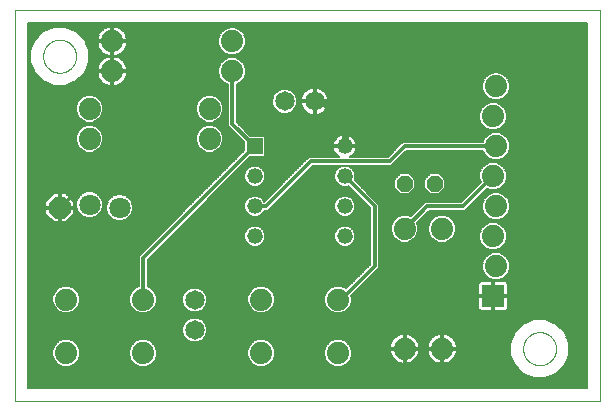
<source format=gtl>
G75*
%MOIN*%
%OFA0B0*%
%FSLAX25Y25*%
%IPPOS*%
%LPD*%
%AMOC8*
5,1,8,0,0,1.08239X$1,22.5*
%
%ADD10C,0.00000*%
%ADD11C,0.06500*%
%ADD12OC8,0.07087*%
%ADD13C,0.07087*%
%ADD14R,0.07400X0.07400*%
%ADD15C,0.07400*%
%ADD16OC8,0.05200*%
%ADD17R,0.05200X0.05200*%
%ADD18C,0.05200*%
%ADD19C,0.01200*%
%ADD20C,0.00600*%
%ADD21C,0.02400*%
D10*
X0001300Y0001300D02*
X0001300Y0131800D01*
X0196300Y0131800D01*
X0196300Y0001300D01*
X0001300Y0001300D01*
X0010800Y0116300D02*
X0010802Y0116448D01*
X0010808Y0116596D01*
X0010818Y0116744D01*
X0010832Y0116892D01*
X0010850Y0117039D01*
X0010872Y0117186D01*
X0010898Y0117332D01*
X0010927Y0117477D01*
X0010961Y0117622D01*
X0010999Y0117765D01*
X0011040Y0117908D01*
X0011085Y0118049D01*
X0011135Y0118189D01*
X0011187Y0118327D01*
X0011244Y0118465D01*
X0011304Y0118600D01*
X0011368Y0118734D01*
X0011435Y0118866D01*
X0011506Y0118996D01*
X0011581Y0119125D01*
X0011659Y0119251D01*
X0011740Y0119375D01*
X0011824Y0119497D01*
X0011912Y0119616D01*
X0012003Y0119733D01*
X0012097Y0119848D01*
X0012195Y0119960D01*
X0012295Y0120069D01*
X0012398Y0120176D01*
X0012504Y0120280D01*
X0012612Y0120381D01*
X0012724Y0120479D01*
X0012838Y0120574D01*
X0012954Y0120665D01*
X0013073Y0120754D01*
X0013194Y0120839D01*
X0013318Y0120921D01*
X0013444Y0121000D01*
X0013571Y0121075D01*
X0013701Y0121147D01*
X0013833Y0121216D01*
X0013966Y0121280D01*
X0014101Y0121341D01*
X0014238Y0121399D01*
X0014376Y0121453D01*
X0014516Y0121503D01*
X0014657Y0121549D01*
X0014799Y0121591D01*
X0014942Y0121630D01*
X0015086Y0121664D01*
X0015232Y0121695D01*
X0015377Y0121722D01*
X0015524Y0121745D01*
X0015671Y0121764D01*
X0015819Y0121779D01*
X0015966Y0121790D01*
X0016115Y0121797D01*
X0016263Y0121800D01*
X0016411Y0121799D01*
X0016559Y0121794D01*
X0016707Y0121785D01*
X0016855Y0121772D01*
X0017003Y0121755D01*
X0017149Y0121734D01*
X0017296Y0121709D01*
X0017441Y0121680D01*
X0017586Y0121648D01*
X0017729Y0121611D01*
X0017872Y0121571D01*
X0018014Y0121526D01*
X0018154Y0121478D01*
X0018293Y0121426D01*
X0018430Y0121371D01*
X0018566Y0121311D01*
X0018701Y0121248D01*
X0018833Y0121182D01*
X0018964Y0121112D01*
X0019093Y0121038D01*
X0019219Y0120961D01*
X0019344Y0120881D01*
X0019466Y0120797D01*
X0019587Y0120710D01*
X0019704Y0120620D01*
X0019820Y0120526D01*
X0019932Y0120430D01*
X0020042Y0120331D01*
X0020150Y0120228D01*
X0020254Y0120123D01*
X0020356Y0120015D01*
X0020454Y0119904D01*
X0020550Y0119791D01*
X0020643Y0119675D01*
X0020732Y0119557D01*
X0020818Y0119436D01*
X0020901Y0119313D01*
X0020981Y0119188D01*
X0021057Y0119061D01*
X0021130Y0118931D01*
X0021199Y0118800D01*
X0021264Y0118667D01*
X0021327Y0118533D01*
X0021385Y0118396D01*
X0021440Y0118258D01*
X0021490Y0118119D01*
X0021538Y0117978D01*
X0021581Y0117837D01*
X0021621Y0117694D01*
X0021656Y0117550D01*
X0021688Y0117405D01*
X0021716Y0117259D01*
X0021740Y0117113D01*
X0021760Y0116966D01*
X0021776Y0116818D01*
X0021788Y0116671D01*
X0021796Y0116522D01*
X0021800Y0116374D01*
X0021800Y0116226D01*
X0021796Y0116078D01*
X0021788Y0115929D01*
X0021776Y0115782D01*
X0021760Y0115634D01*
X0021740Y0115487D01*
X0021716Y0115341D01*
X0021688Y0115195D01*
X0021656Y0115050D01*
X0021621Y0114906D01*
X0021581Y0114763D01*
X0021538Y0114622D01*
X0021490Y0114481D01*
X0021440Y0114342D01*
X0021385Y0114204D01*
X0021327Y0114067D01*
X0021264Y0113933D01*
X0021199Y0113800D01*
X0021130Y0113669D01*
X0021057Y0113539D01*
X0020981Y0113412D01*
X0020901Y0113287D01*
X0020818Y0113164D01*
X0020732Y0113043D01*
X0020643Y0112925D01*
X0020550Y0112809D01*
X0020454Y0112696D01*
X0020356Y0112585D01*
X0020254Y0112477D01*
X0020150Y0112372D01*
X0020042Y0112269D01*
X0019932Y0112170D01*
X0019820Y0112074D01*
X0019704Y0111980D01*
X0019587Y0111890D01*
X0019466Y0111803D01*
X0019344Y0111719D01*
X0019219Y0111639D01*
X0019093Y0111562D01*
X0018964Y0111488D01*
X0018833Y0111418D01*
X0018701Y0111352D01*
X0018566Y0111289D01*
X0018430Y0111229D01*
X0018293Y0111174D01*
X0018154Y0111122D01*
X0018014Y0111074D01*
X0017872Y0111029D01*
X0017729Y0110989D01*
X0017586Y0110952D01*
X0017441Y0110920D01*
X0017296Y0110891D01*
X0017149Y0110866D01*
X0017003Y0110845D01*
X0016855Y0110828D01*
X0016707Y0110815D01*
X0016559Y0110806D01*
X0016411Y0110801D01*
X0016263Y0110800D01*
X0016115Y0110803D01*
X0015966Y0110810D01*
X0015819Y0110821D01*
X0015671Y0110836D01*
X0015524Y0110855D01*
X0015377Y0110878D01*
X0015232Y0110905D01*
X0015086Y0110936D01*
X0014942Y0110970D01*
X0014799Y0111009D01*
X0014657Y0111051D01*
X0014516Y0111097D01*
X0014376Y0111147D01*
X0014238Y0111201D01*
X0014101Y0111259D01*
X0013966Y0111320D01*
X0013833Y0111384D01*
X0013701Y0111453D01*
X0013571Y0111525D01*
X0013444Y0111600D01*
X0013318Y0111679D01*
X0013194Y0111761D01*
X0013073Y0111846D01*
X0012954Y0111935D01*
X0012838Y0112026D01*
X0012724Y0112121D01*
X0012612Y0112219D01*
X0012504Y0112320D01*
X0012398Y0112424D01*
X0012295Y0112531D01*
X0012195Y0112640D01*
X0012097Y0112752D01*
X0012003Y0112867D01*
X0011912Y0112984D01*
X0011824Y0113103D01*
X0011740Y0113225D01*
X0011659Y0113349D01*
X0011581Y0113475D01*
X0011506Y0113604D01*
X0011435Y0113734D01*
X0011368Y0113866D01*
X0011304Y0114000D01*
X0011244Y0114135D01*
X0011187Y0114273D01*
X0011135Y0114411D01*
X0011085Y0114551D01*
X0011040Y0114692D01*
X0010999Y0114835D01*
X0010961Y0114978D01*
X0010927Y0115123D01*
X0010898Y0115268D01*
X0010872Y0115414D01*
X0010850Y0115561D01*
X0010832Y0115708D01*
X0010818Y0115856D01*
X0010808Y0116004D01*
X0010802Y0116152D01*
X0010800Y0116300D01*
X0170800Y0018800D02*
X0170802Y0018948D01*
X0170808Y0019096D01*
X0170818Y0019244D01*
X0170832Y0019392D01*
X0170850Y0019539D01*
X0170872Y0019686D01*
X0170898Y0019832D01*
X0170927Y0019977D01*
X0170961Y0020122D01*
X0170999Y0020265D01*
X0171040Y0020408D01*
X0171085Y0020549D01*
X0171135Y0020689D01*
X0171187Y0020827D01*
X0171244Y0020965D01*
X0171304Y0021100D01*
X0171368Y0021234D01*
X0171435Y0021366D01*
X0171506Y0021496D01*
X0171581Y0021625D01*
X0171659Y0021751D01*
X0171740Y0021875D01*
X0171824Y0021997D01*
X0171912Y0022116D01*
X0172003Y0022233D01*
X0172097Y0022348D01*
X0172195Y0022460D01*
X0172295Y0022569D01*
X0172398Y0022676D01*
X0172504Y0022780D01*
X0172612Y0022881D01*
X0172724Y0022979D01*
X0172838Y0023074D01*
X0172954Y0023165D01*
X0173073Y0023254D01*
X0173194Y0023339D01*
X0173318Y0023421D01*
X0173444Y0023500D01*
X0173571Y0023575D01*
X0173701Y0023647D01*
X0173833Y0023716D01*
X0173966Y0023780D01*
X0174101Y0023841D01*
X0174238Y0023899D01*
X0174376Y0023953D01*
X0174516Y0024003D01*
X0174657Y0024049D01*
X0174799Y0024091D01*
X0174942Y0024130D01*
X0175086Y0024164D01*
X0175232Y0024195D01*
X0175377Y0024222D01*
X0175524Y0024245D01*
X0175671Y0024264D01*
X0175819Y0024279D01*
X0175966Y0024290D01*
X0176115Y0024297D01*
X0176263Y0024300D01*
X0176411Y0024299D01*
X0176559Y0024294D01*
X0176707Y0024285D01*
X0176855Y0024272D01*
X0177003Y0024255D01*
X0177149Y0024234D01*
X0177296Y0024209D01*
X0177441Y0024180D01*
X0177586Y0024148D01*
X0177729Y0024111D01*
X0177872Y0024071D01*
X0178014Y0024026D01*
X0178154Y0023978D01*
X0178293Y0023926D01*
X0178430Y0023871D01*
X0178566Y0023811D01*
X0178701Y0023748D01*
X0178833Y0023682D01*
X0178964Y0023612D01*
X0179093Y0023538D01*
X0179219Y0023461D01*
X0179344Y0023381D01*
X0179466Y0023297D01*
X0179587Y0023210D01*
X0179704Y0023120D01*
X0179820Y0023026D01*
X0179932Y0022930D01*
X0180042Y0022831D01*
X0180150Y0022728D01*
X0180254Y0022623D01*
X0180356Y0022515D01*
X0180454Y0022404D01*
X0180550Y0022291D01*
X0180643Y0022175D01*
X0180732Y0022057D01*
X0180818Y0021936D01*
X0180901Y0021813D01*
X0180981Y0021688D01*
X0181057Y0021561D01*
X0181130Y0021431D01*
X0181199Y0021300D01*
X0181264Y0021167D01*
X0181327Y0021033D01*
X0181385Y0020896D01*
X0181440Y0020758D01*
X0181490Y0020619D01*
X0181538Y0020478D01*
X0181581Y0020337D01*
X0181621Y0020194D01*
X0181656Y0020050D01*
X0181688Y0019905D01*
X0181716Y0019759D01*
X0181740Y0019613D01*
X0181760Y0019466D01*
X0181776Y0019318D01*
X0181788Y0019171D01*
X0181796Y0019022D01*
X0181800Y0018874D01*
X0181800Y0018726D01*
X0181796Y0018578D01*
X0181788Y0018429D01*
X0181776Y0018282D01*
X0181760Y0018134D01*
X0181740Y0017987D01*
X0181716Y0017841D01*
X0181688Y0017695D01*
X0181656Y0017550D01*
X0181621Y0017406D01*
X0181581Y0017263D01*
X0181538Y0017122D01*
X0181490Y0016981D01*
X0181440Y0016842D01*
X0181385Y0016704D01*
X0181327Y0016567D01*
X0181264Y0016433D01*
X0181199Y0016300D01*
X0181130Y0016169D01*
X0181057Y0016039D01*
X0180981Y0015912D01*
X0180901Y0015787D01*
X0180818Y0015664D01*
X0180732Y0015543D01*
X0180643Y0015425D01*
X0180550Y0015309D01*
X0180454Y0015196D01*
X0180356Y0015085D01*
X0180254Y0014977D01*
X0180150Y0014872D01*
X0180042Y0014769D01*
X0179932Y0014670D01*
X0179820Y0014574D01*
X0179704Y0014480D01*
X0179587Y0014390D01*
X0179466Y0014303D01*
X0179344Y0014219D01*
X0179219Y0014139D01*
X0179093Y0014062D01*
X0178964Y0013988D01*
X0178833Y0013918D01*
X0178701Y0013852D01*
X0178566Y0013789D01*
X0178430Y0013729D01*
X0178293Y0013674D01*
X0178154Y0013622D01*
X0178014Y0013574D01*
X0177872Y0013529D01*
X0177729Y0013489D01*
X0177586Y0013452D01*
X0177441Y0013420D01*
X0177296Y0013391D01*
X0177149Y0013366D01*
X0177003Y0013345D01*
X0176855Y0013328D01*
X0176707Y0013315D01*
X0176559Y0013306D01*
X0176411Y0013301D01*
X0176263Y0013300D01*
X0176115Y0013303D01*
X0175966Y0013310D01*
X0175819Y0013321D01*
X0175671Y0013336D01*
X0175524Y0013355D01*
X0175377Y0013378D01*
X0175232Y0013405D01*
X0175086Y0013436D01*
X0174942Y0013470D01*
X0174799Y0013509D01*
X0174657Y0013551D01*
X0174516Y0013597D01*
X0174376Y0013647D01*
X0174238Y0013701D01*
X0174101Y0013759D01*
X0173966Y0013820D01*
X0173833Y0013884D01*
X0173701Y0013953D01*
X0173571Y0014025D01*
X0173444Y0014100D01*
X0173318Y0014179D01*
X0173194Y0014261D01*
X0173073Y0014346D01*
X0172954Y0014435D01*
X0172838Y0014526D01*
X0172724Y0014621D01*
X0172612Y0014719D01*
X0172504Y0014820D01*
X0172398Y0014924D01*
X0172295Y0015031D01*
X0172195Y0015140D01*
X0172097Y0015252D01*
X0172003Y0015367D01*
X0171912Y0015484D01*
X0171824Y0015603D01*
X0171740Y0015725D01*
X0171659Y0015849D01*
X0171581Y0015975D01*
X0171506Y0016104D01*
X0171435Y0016234D01*
X0171368Y0016366D01*
X0171304Y0016500D01*
X0171244Y0016635D01*
X0171187Y0016773D01*
X0171135Y0016911D01*
X0171085Y0017051D01*
X0171040Y0017192D01*
X0170999Y0017335D01*
X0170961Y0017478D01*
X0170927Y0017623D01*
X0170898Y0017768D01*
X0170872Y0017914D01*
X0170850Y0018061D01*
X0170832Y0018208D01*
X0170818Y0018356D01*
X0170808Y0018504D01*
X0170802Y0018652D01*
X0170800Y0018800D01*
D11*
X0061300Y0025050D03*
X0061300Y0035050D03*
X0091300Y0101300D03*
X0101300Y0101300D03*
D12*
X0016300Y0065800D03*
D13*
X0026300Y0066800D03*
X0036300Y0065800D03*
D14*
X0160800Y0036300D03*
D15*
X0161800Y0046300D03*
X0160800Y0056300D03*
X0161800Y0066300D03*
X0160800Y0076300D03*
X0161800Y0086300D03*
X0160800Y0096300D03*
X0161800Y0106300D03*
X0143800Y0058800D03*
X0131300Y0058800D03*
X0109100Y0035200D03*
X0131300Y0018800D03*
X0143800Y0018800D03*
X0109100Y0017400D03*
X0083500Y0017400D03*
X0083500Y0035200D03*
X0044100Y0035200D03*
X0044100Y0017400D03*
X0018500Y0017400D03*
X0018500Y0035200D03*
X0026300Y0088800D03*
X0026300Y0098800D03*
X0033800Y0111300D03*
X0033800Y0121300D03*
X0066300Y0098800D03*
X0066300Y0088800D03*
X0073800Y0111300D03*
X0073800Y0121300D03*
D16*
X0131300Y0073800D03*
X0141300Y0073800D03*
D17*
X0081300Y0086300D03*
D18*
X0081300Y0076300D03*
X0081300Y0066300D03*
X0081300Y0056300D03*
X0111300Y0056300D03*
X0111300Y0066300D03*
X0111300Y0076300D03*
X0111300Y0086300D03*
D19*
X0100050Y0081300D02*
X0126300Y0081300D01*
X0131300Y0086300D01*
X0161800Y0086300D01*
X0160800Y0076300D02*
X0150800Y0066300D01*
X0138800Y0066300D01*
X0131300Y0058800D01*
X0121300Y0066300D02*
X0121300Y0046300D01*
X0110200Y0035200D01*
X0121300Y0066300D02*
X0111300Y0076300D01*
X0100050Y0081300D02*
X0085050Y0066300D01*
X0081300Y0066300D01*
X0081300Y0086300D02*
X0044100Y0049100D01*
X0044100Y0035200D01*
X0016300Y0065800D02*
X0033800Y0083300D01*
X0033800Y0111300D01*
X0073800Y0111300D02*
X0073800Y0093800D01*
X0081300Y0086300D01*
D20*
X0084800Y0086289D02*
X0111000Y0086289D01*
X0111000Y0086000D02*
X0107400Y0086000D01*
X0107400Y0085916D01*
X0107550Y0085162D01*
X0107844Y0084453D01*
X0108271Y0083814D01*
X0108814Y0083271D01*
X0109453Y0082844D01*
X0109559Y0082800D01*
X0099429Y0082800D01*
X0098550Y0081921D01*
X0084456Y0067827D01*
X0084267Y0068283D01*
X0083283Y0069267D01*
X0081996Y0069800D01*
X0080604Y0069800D01*
X0079317Y0069267D01*
X0078333Y0068283D01*
X0077800Y0066996D01*
X0077800Y0065604D01*
X0078333Y0064317D01*
X0079317Y0063333D01*
X0080604Y0062800D01*
X0081996Y0062800D01*
X0083283Y0063333D01*
X0084267Y0064317D01*
X0084467Y0064800D01*
X0085671Y0064800D01*
X0100671Y0079800D01*
X0126921Y0079800D01*
X0131921Y0084800D01*
X0157442Y0084800D01*
X0157900Y0083694D01*
X0159194Y0082400D01*
X0160885Y0081700D01*
X0162715Y0081700D01*
X0164406Y0082400D01*
X0165700Y0083694D01*
X0166400Y0085385D01*
X0166400Y0087215D01*
X0165700Y0088906D01*
X0164406Y0090200D01*
X0162715Y0090900D01*
X0160885Y0090900D01*
X0159194Y0090200D01*
X0157900Y0088906D01*
X0157442Y0087800D01*
X0130679Y0087800D01*
X0129800Y0086921D01*
X0125679Y0082800D01*
X0113041Y0082800D01*
X0113147Y0082844D01*
X0113786Y0083271D01*
X0114329Y0083814D01*
X0114756Y0084453D01*
X0115050Y0085162D01*
X0115200Y0085916D01*
X0115200Y0086000D01*
X0111600Y0086000D01*
X0111600Y0086600D01*
X0111000Y0086600D01*
X0111000Y0090200D01*
X0110916Y0090200D01*
X0110162Y0090050D01*
X0109453Y0089756D01*
X0108814Y0089329D01*
X0108271Y0088786D01*
X0107844Y0088147D01*
X0107550Y0087438D01*
X0107400Y0086684D01*
X0107400Y0086600D01*
X0111000Y0086600D01*
X0111000Y0086000D01*
X0111600Y0086289D02*
X0129167Y0086289D01*
X0129766Y0086887D02*
X0115160Y0086887D01*
X0115200Y0086684D02*
X0115050Y0087438D01*
X0114756Y0088147D01*
X0114329Y0088786D01*
X0113786Y0089329D01*
X0113147Y0089756D01*
X0112438Y0090050D01*
X0111684Y0090200D01*
X0111600Y0090200D01*
X0111600Y0086600D01*
X0115200Y0086600D01*
X0115200Y0086684D01*
X0115030Y0087486D02*
X0130364Y0087486D01*
X0128569Y0085690D02*
X0115155Y0085690D01*
X0115021Y0085092D02*
X0127970Y0085092D01*
X0127372Y0084493D02*
X0114773Y0084493D01*
X0114383Y0083895D02*
X0126773Y0083895D01*
X0126175Y0083296D02*
X0113811Y0083296D01*
X0108789Y0083296D02*
X0084769Y0083296D01*
X0084800Y0083327D02*
X0084273Y0082800D01*
X0079921Y0082800D01*
X0045600Y0048479D01*
X0045600Y0039558D01*
X0046706Y0039100D01*
X0048000Y0037806D01*
X0048700Y0036115D01*
X0048700Y0034285D01*
X0048000Y0032594D01*
X0046706Y0031300D01*
X0045015Y0030600D01*
X0043185Y0030600D01*
X0041494Y0031300D01*
X0040200Y0032594D01*
X0039500Y0034285D01*
X0039500Y0036115D01*
X0040200Y0037806D01*
X0041494Y0039100D01*
X0042600Y0039558D01*
X0042600Y0049721D01*
X0077800Y0084921D01*
X0077800Y0087679D01*
X0072300Y0093179D01*
X0072300Y0106942D01*
X0071194Y0107400D01*
X0069900Y0108694D01*
X0069200Y0110385D01*
X0069200Y0112215D01*
X0069900Y0113906D01*
X0071194Y0115200D01*
X0072885Y0115900D01*
X0074715Y0115900D01*
X0076406Y0115200D01*
X0077700Y0113906D01*
X0078400Y0112215D01*
X0078400Y0110385D01*
X0077700Y0108694D01*
X0076406Y0107400D01*
X0075300Y0106942D01*
X0075300Y0094421D01*
X0079921Y0089800D01*
X0084273Y0089800D01*
X0084800Y0089273D01*
X0084800Y0083327D01*
X0084800Y0083895D02*
X0108217Y0083895D01*
X0107827Y0084493D02*
X0084800Y0084493D01*
X0084800Y0085092D02*
X0107579Y0085092D01*
X0107445Y0085690D02*
X0084800Y0085690D01*
X0084800Y0086887D02*
X0107440Y0086887D01*
X0107570Y0087486D02*
X0084800Y0087486D01*
X0084800Y0088084D02*
X0107818Y0088084D01*
X0108202Y0088683D02*
X0084800Y0088683D01*
X0084792Y0089281D02*
X0108766Y0089281D01*
X0109751Y0089880D02*
X0079842Y0089880D01*
X0079243Y0090478D02*
X0159867Y0090478D01*
X0158874Y0089880D02*
X0112849Y0089880D01*
X0113834Y0089281D02*
X0158276Y0089281D01*
X0157808Y0088683D02*
X0114398Y0088683D01*
X0114782Y0088084D02*
X0157560Y0088084D01*
X0157569Y0084493D02*
X0131614Y0084493D01*
X0131016Y0083895D02*
X0157817Y0083895D01*
X0158299Y0083296D02*
X0130417Y0083296D01*
X0129819Y0082698D02*
X0158897Y0082698D01*
X0159922Y0082099D02*
X0129220Y0082099D01*
X0128622Y0081501D02*
X0192000Y0081501D01*
X0192000Y0082099D02*
X0163678Y0082099D01*
X0164703Y0082698D02*
X0192000Y0082698D01*
X0192000Y0083296D02*
X0165301Y0083296D01*
X0165783Y0083895D02*
X0192000Y0083895D01*
X0192000Y0084493D02*
X0166031Y0084493D01*
X0166278Y0085092D02*
X0192000Y0085092D01*
X0192000Y0085690D02*
X0166400Y0085690D01*
X0166400Y0086289D02*
X0192000Y0086289D01*
X0192000Y0086887D02*
X0166400Y0086887D01*
X0166288Y0087486D02*
X0192000Y0087486D01*
X0192000Y0088084D02*
X0166040Y0088084D01*
X0165792Y0088683D02*
X0192000Y0088683D01*
X0192000Y0089281D02*
X0165324Y0089281D01*
X0164726Y0089880D02*
X0192000Y0089880D01*
X0192000Y0090478D02*
X0163733Y0090478D01*
X0163406Y0092400D02*
X0161715Y0091700D01*
X0159885Y0091700D01*
X0158194Y0092400D01*
X0156900Y0093694D01*
X0156200Y0095385D01*
X0156200Y0097215D01*
X0156900Y0098906D01*
X0158194Y0100200D01*
X0159885Y0100900D01*
X0161715Y0100900D01*
X0163406Y0100200D01*
X0164700Y0098906D01*
X0165400Y0097215D01*
X0165400Y0095385D01*
X0164700Y0093694D01*
X0163406Y0092400D01*
X0163100Y0092274D02*
X0192000Y0092274D01*
X0192000Y0092872D02*
X0163878Y0092872D01*
X0164476Y0093471D02*
X0192000Y0093471D01*
X0192000Y0094069D02*
X0164855Y0094069D01*
X0165103Y0094668D02*
X0192000Y0094668D01*
X0192000Y0095266D02*
X0165351Y0095266D01*
X0165400Y0095865D02*
X0192000Y0095865D01*
X0192000Y0096463D02*
X0165400Y0096463D01*
X0165400Y0097062D02*
X0192000Y0097062D01*
X0192000Y0097660D02*
X0165216Y0097660D01*
X0164968Y0098259D02*
X0192000Y0098259D01*
X0192000Y0098857D02*
X0164720Y0098857D01*
X0164150Y0099456D02*
X0192000Y0099456D01*
X0192000Y0100054D02*
X0163551Y0100054D01*
X0162312Y0100653D02*
X0192000Y0100653D01*
X0192000Y0101251D02*
X0101600Y0101251D01*
X0101600Y0101000D02*
X0101600Y0101600D01*
X0105850Y0101600D01*
X0105850Y0101658D01*
X0105738Y0102365D01*
X0105517Y0103047D01*
X0105516Y0103047D02*
X0158548Y0103047D01*
X0159146Y0102448D02*
X0105711Y0102448D01*
X0105820Y0101850D02*
X0160523Y0101850D01*
X0160885Y0101700D02*
X0162715Y0101700D01*
X0164406Y0102400D01*
X0165700Y0103694D01*
X0166400Y0105385D01*
X0166400Y0107215D01*
X0165700Y0108906D01*
X0164406Y0110200D01*
X0162715Y0110900D01*
X0160885Y0110900D01*
X0159194Y0110200D01*
X0157900Y0108906D01*
X0157200Y0107215D01*
X0157200Y0105385D01*
X0157900Y0103694D01*
X0159194Y0102400D01*
X0160885Y0101700D01*
X0159288Y0100653D02*
X0105804Y0100653D01*
X0105850Y0100942D02*
X0105850Y0101000D01*
X0101600Y0101000D01*
X0101600Y0096750D01*
X0101658Y0096750D01*
X0102365Y0096862D01*
X0103047Y0097083D01*
X0103685Y0097408D01*
X0104264Y0097829D01*
X0104771Y0098336D01*
X0105191Y0098915D01*
X0105517Y0099553D01*
X0105738Y0100235D01*
X0105850Y0100942D01*
X0105679Y0100054D02*
X0158049Y0100054D01*
X0157450Y0099456D02*
X0105467Y0099456D01*
X0105149Y0098857D02*
X0156880Y0098857D01*
X0156632Y0098259D02*
X0104694Y0098259D01*
X0104031Y0097660D02*
X0156384Y0097660D01*
X0156200Y0097062D02*
X0102980Y0097062D01*
X0101600Y0097062D02*
X0101000Y0097062D01*
X0101000Y0096750D02*
X0101000Y0101000D01*
X0101600Y0101000D01*
X0101600Y0100653D02*
X0101000Y0100653D01*
X0101000Y0101000D02*
X0096750Y0101000D01*
X0096750Y0100942D01*
X0096862Y0100235D01*
X0097083Y0099553D01*
X0097408Y0098915D01*
X0097829Y0098336D01*
X0098336Y0097829D01*
X0098915Y0097408D01*
X0099553Y0097083D01*
X0100235Y0096862D01*
X0100942Y0096750D01*
X0101000Y0096750D01*
X0101000Y0097660D02*
X0101600Y0097660D01*
X0101600Y0098259D02*
X0101000Y0098259D01*
X0101000Y0098857D02*
X0101600Y0098857D01*
X0101600Y0099456D02*
X0101000Y0099456D01*
X0101000Y0100054D02*
X0101600Y0100054D01*
X0101000Y0101000D02*
X0101000Y0101600D01*
X0101000Y0105850D01*
X0100942Y0105850D01*
X0100235Y0105738D01*
X0099553Y0105517D01*
X0098915Y0105191D01*
X0098336Y0104771D01*
X0097829Y0104264D01*
X0097408Y0103685D01*
X0097083Y0103047D01*
X0097084Y0103047D02*
X0095068Y0103047D01*
X0094820Y0103645D02*
X0097388Y0103645D01*
X0097083Y0103047D02*
X0096862Y0102365D01*
X0096750Y0101658D01*
X0096750Y0101600D01*
X0101000Y0101600D01*
X0101600Y0101600D01*
X0101600Y0105850D01*
X0101658Y0105850D01*
X0102365Y0105738D01*
X0103047Y0105517D01*
X0103685Y0105191D01*
X0104264Y0104771D01*
X0104771Y0104264D01*
X0105191Y0103685D01*
X0105517Y0103047D01*
X0105212Y0103645D02*
X0157949Y0103645D01*
X0157673Y0104244D02*
X0104785Y0104244D01*
X0104165Y0104842D02*
X0157425Y0104842D01*
X0157200Y0105441D02*
X0103195Y0105441D01*
X0101600Y0105441D02*
X0101000Y0105441D01*
X0101000Y0104842D02*
X0101600Y0104842D01*
X0101600Y0104244D02*
X0101000Y0104244D01*
X0101000Y0103645D02*
X0101600Y0103645D01*
X0101600Y0103047D02*
X0101000Y0103047D01*
X0101000Y0102448D02*
X0101600Y0102448D01*
X0101600Y0101850D02*
X0101000Y0101850D01*
X0101000Y0101251D02*
X0095450Y0101251D01*
X0095450Y0100653D02*
X0096796Y0100653D01*
X0096921Y0100054D02*
X0095276Y0100054D01*
X0095450Y0100475D02*
X0094818Y0098949D01*
X0093651Y0097782D01*
X0092125Y0097150D01*
X0090475Y0097150D01*
X0088949Y0097782D01*
X0087782Y0098949D01*
X0087150Y0100475D01*
X0087150Y0102125D01*
X0087782Y0103651D01*
X0088949Y0104818D01*
X0090475Y0105450D01*
X0092125Y0105450D01*
X0093651Y0104818D01*
X0094818Y0103651D01*
X0095450Y0102125D01*
X0095450Y0100475D01*
X0095028Y0099456D02*
X0097133Y0099456D01*
X0097451Y0098857D02*
X0094726Y0098857D01*
X0094128Y0098259D02*
X0097906Y0098259D01*
X0098569Y0097660D02*
X0093357Y0097660D01*
X0089242Y0097660D02*
X0075300Y0097660D01*
X0075300Y0097062D02*
X0099620Y0097062D01*
X0096780Y0101850D02*
X0095450Y0101850D01*
X0095316Y0102448D02*
X0096889Y0102448D01*
X0097815Y0104244D02*
X0094225Y0104244D01*
X0093592Y0104842D02*
X0098435Y0104842D01*
X0099405Y0105441D02*
X0092147Y0105441D01*
X0090453Y0105441D02*
X0075300Y0105441D01*
X0075300Y0106039D02*
X0157200Y0106039D01*
X0157200Y0106638D02*
X0075300Y0106638D01*
X0076010Y0107237D02*
X0157209Y0107237D01*
X0157457Y0107835D02*
X0076840Y0107835D01*
X0077439Y0108434D02*
X0157705Y0108434D01*
X0158027Y0109032D02*
X0077840Y0109032D01*
X0078087Y0109631D02*
X0158625Y0109631D01*
X0159265Y0110229D02*
X0078335Y0110229D01*
X0078400Y0110828D02*
X0160710Y0110828D01*
X0162890Y0110828D02*
X0192000Y0110828D01*
X0192000Y0111426D02*
X0078400Y0111426D01*
X0078400Y0112025D02*
X0192000Y0112025D01*
X0192000Y0112623D02*
X0078231Y0112623D01*
X0077983Y0113222D02*
X0192000Y0113222D01*
X0192000Y0113820D02*
X0077735Y0113820D01*
X0077187Y0114419D02*
X0192000Y0114419D01*
X0192000Y0115017D02*
X0076588Y0115017D01*
X0075401Y0115616D02*
X0192000Y0115616D01*
X0192000Y0116214D02*
X0034735Y0116214D01*
X0034971Y0116177D02*
X0034194Y0116300D01*
X0034971Y0116423D01*
X0035719Y0116666D01*
X0036421Y0117024D01*
X0037057Y0117486D01*
X0037614Y0118043D01*
X0038076Y0118679D01*
X0038434Y0119381D01*
X0038677Y0120129D01*
X0038800Y0120906D01*
X0038800Y0121000D01*
X0034100Y0121000D01*
X0034100Y0121600D01*
X0038800Y0121600D01*
X0038800Y0121694D01*
X0038677Y0122471D01*
X0038434Y0123219D01*
X0038076Y0123921D01*
X0037614Y0124557D01*
X0037057Y0125114D01*
X0036421Y0125576D01*
X0035719Y0125934D01*
X0034971Y0126177D01*
X0034194Y0126300D01*
X0034100Y0126300D01*
X0034100Y0121600D01*
X0033500Y0121600D01*
X0033500Y0126300D01*
X0033406Y0126300D01*
X0032629Y0126177D01*
X0031881Y0125934D01*
X0031179Y0125576D01*
X0030543Y0125114D01*
X0029986Y0124557D01*
X0029524Y0123921D01*
X0029166Y0123219D01*
X0028923Y0122471D01*
X0028800Y0121694D01*
X0028800Y0121600D01*
X0033500Y0121600D01*
X0033500Y0121000D01*
X0034100Y0121000D01*
X0034100Y0116300D01*
X0034194Y0116300D01*
X0034100Y0116300D01*
X0034100Y0111600D01*
X0038800Y0111600D01*
X0038800Y0111694D01*
X0038677Y0112471D01*
X0038434Y0113219D01*
X0038076Y0113921D01*
X0037614Y0114557D01*
X0037057Y0115114D01*
X0036421Y0115576D01*
X0035719Y0115934D01*
X0034971Y0116177D01*
X0034100Y0116214D02*
X0033500Y0116214D01*
X0033500Y0116300D02*
X0033406Y0116300D01*
X0033500Y0116300D01*
X0033500Y0121000D01*
X0028800Y0121000D01*
X0028800Y0120906D01*
X0028923Y0120129D01*
X0029166Y0119381D01*
X0029524Y0118679D01*
X0029986Y0118043D01*
X0030543Y0117486D01*
X0031179Y0117024D01*
X0031881Y0116666D01*
X0032629Y0116423D01*
X0033406Y0116300D01*
X0032629Y0116177D01*
X0031881Y0115934D01*
X0031179Y0115576D01*
X0030543Y0115114D01*
X0029986Y0114557D01*
X0029524Y0113921D01*
X0029166Y0113219D01*
X0028923Y0112471D01*
X0028800Y0111694D01*
X0028800Y0111600D01*
X0033500Y0111600D01*
X0033500Y0116300D01*
X0033500Y0116813D02*
X0034100Y0116813D01*
X0034100Y0117411D02*
X0033500Y0117411D01*
X0033500Y0118010D02*
X0034100Y0118010D01*
X0034100Y0118608D02*
X0033500Y0118608D01*
X0033500Y0119207D02*
X0034100Y0119207D01*
X0034100Y0119805D02*
X0033500Y0119805D01*
X0033500Y0120404D02*
X0034100Y0120404D01*
X0034100Y0121002D02*
X0069200Y0121002D01*
X0069200Y0120404D02*
X0038720Y0120404D01*
X0038572Y0119805D02*
X0069440Y0119805D01*
X0069200Y0120385D02*
X0069900Y0118694D01*
X0071194Y0117400D01*
X0072885Y0116700D01*
X0074715Y0116700D01*
X0076406Y0117400D01*
X0077700Y0118694D01*
X0078400Y0120385D01*
X0078400Y0122215D01*
X0077700Y0123906D01*
X0076406Y0125200D01*
X0074715Y0125900D01*
X0072885Y0125900D01*
X0071194Y0125200D01*
X0069900Y0123906D01*
X0069200Y0122215D01*
X0069200Y0120385D01*
X0069200Y0121601D02*
X0038800Y0121601D01*
X0038720Y0122199D02*
X0069200Y0122199D01*
X0069441Y0122798D02*
X0038571Y0122798D01*
X0038344Y0123396D02*
X0069689Y0123396D01*
X0069989Y0123995D02*
X0038022Y0123995D01*
X0037578Y0124593D02*
X0070588Y0124593D01*
X0071186Y0125192D02*
X0036950Y0125192D01*
X0036001Y0125790D02*
X0072620Y0125790D01*
X0074980Y0125790D02*
X0192000Y0125790D01*
X0192000Y0125192D02*
X0076414Y0125192D01*
X0077012Y0124593D02*
X0192000Y0124593D01*
X0192000Y0123995D02*
X0077611Y0123995D01*
X0077911Y0123396D02*
X0192000Y0123396D01*
X0192000Y0122798D02*
X0078159Y0122798D01*
X0078400Y0122199D02*
X0192000Y0122199D01*
X0192000Y0121601D02*
X0078400Y0121601D01*
X0078400Y0121002D02*
X0192000Y0121002D01*
X0192000Y0120404D02*
X0078400Y0120404D01*
X0078160Y0119805D02*
X0192000Y0119805D01*
X0192000Y0119207D02*
X0077912Y0119207D01*
X0077614Y0118608D02*
X0192000Y0118608D01*
X0192000Y0118010D02*
X0077015Y0118010D01*
X0076417Y0117411D02*
X0192000Y0117411D01*
X0192000Y0116813D02*
X0074987Y0116813D01*
X0072613Y0116813D02*
X0036007Y0116813D01*
X0036954Y0117411D02*
X0071183Y0117411D01*
X0070585Y0118010D02*
X0037581Y0118010D01*
X0038025Y0118608D02*
X0069986Y0118608D01*
X0069688Y0119207D02*
X0038345Y0119207D01*
X0034100Y0121601D02*
X0033500Y0121601D01*
X0033500Y0122199D02*
X0034100Y0122199D01*
X0034100Y0122798D02*
X0033500Y0122798D01*
X0033500Y0123396D02*
X0034100Y0123396D01*
X0034100Y0123995D02*
X0033500Y0123995D01*
X0033500Y0124593D02*
X0034100Y0124593D01*
X0034100Y0125192D02*
X0033500Y0125192D01*
X0033500Y0125790D02*
X0034100Y0125790D01*
X0031599Y0125790D02*
X0018997Y0125790D01*
X0018249Y0126100D02*
X0014351Y0126100D01*
X0010749Y0124608D01*
X0007992Y0121851D01*
X0006500Y0118249D01*
X0006500Y0114351D01*
X0007992Y0110749D01*
X0010749Y0107992D01*
X0014351Y0106500D01*
X0018249Y0106500D01*
X0021851Y0107992D01*
X0024608Y0110749D01*
X0026100Y0114351D01*
X0026100Y0118249D01*
X0024608Y0121851D01*
X0021851Y0124608D01*
X0018249Y0126100D01*
X0020442Y0125192D02*
X0030650Y0125192D01*
X0030022Y0124593D02*
X0021866Y0124593D01*
X0022464Y0123995D02*
X0029578Y0123995D01*
X0029256Y0123396D02*
X0023063Y0123396D01*
X0023661Y0122798D02*
X0029029Y0122798D01*
X0028880Y0122199D02*
X0024260Y0122199D01*
X0024712Y0121601D02*
X0028800Y0121601D01*
X0028880Y0120404D02*
X0025208Y0120404D01*
X0024960Y0121002D02*
X0033500Y0121002D01*
X0030019Y0118010D02*
X0026100Y0118010D01*
X0026100Y0117411D02*
X0030646Y0117411D01*
X0031593Y0116813D02*
X0026100Y0116813D01*
X0026100Y0116214D02*
X0032865Y0116214D01*
X0033500Y0115616D02*
X0034100Y0115616D01*
X0034100Y0115017D02*
X0033500Y0115017D01*
X0033500Y0114419D02*
X0034100Y0114419D01*
X0034100Y0113820D02*
X0033500Y0113820D01*
X0033500Y0113222D02*
X0034100Y0113222D01*
X0034100Y0112623D02*
X0033500Y0112623D01*
X0033500Y0112025D02*
X0034100Y0112025D01*
X0034100Y0111600D02*
X0033500Y0111600D01*
X0033500Y0111000D01*
X0034100Y0111000D01*
X0034100Y0111600D01*
X0034100Y0111426D02*
X0069200Y0111426D01*
X0069200Y0110828D02*
X0038787Y0110828D01*
X0038800Y0110906D02*
X0038677Y0110129D01*
X0038434Y0109381D01*
X0038076Y0108679D01*
X0037614Y0108043D01*
X0037057Y0107486D01*
X0036421Y0107024D01*
X0035719Y0106666D01*
X0034971Y0106423D01*
X0034194Y0106300D01*
X0034100Y0106300D01*
X0034100Y0111000D01*
X0038800Y0111000D01*
X0038800Y0110906D01*
X0038693Y0110229D02*
X0069265Y0110229D01*
X0069513Y0109631D02*
X0038515Y0109631D01*
X0038256Y0109032D02*
X0069760Y0109032D01*
X0070161Y0108434D02*
X0037898Y0108434D01*
X0037406Y0107835D02*
X0070760Y0107835D01*
X0071590Y0107237D02*
X0036714Y0107237D01*
X0035632Y0106638D02*
X0072300Y0106638D01*
X0072300Y0106039D02*
X0005600Y0106039D01*
X0005600Y0105441D02*
X0072300Y0105441D01*
X0072300Y0104842D02*
X0005600Y0104842D01*
X0005600Y0104244D02*
X0072300Y0104244D01*
X0072300Y0103645D02*
X0005600Y0103645D01*
X0005600Y0103047D02*
X0024533Y0103047D01*
X0023694Y0102700D02*
X0025385Y0103400D01*
X0027215Y0103400D01*
X0028906Y0102700D01*
X0030200Y0101406D01*
X0030900Y0099715D01*
X0030900Y0097885D01*
X0030200Y0096194D01*
X0028906Y0094900D01*
X0027215Y0094200D01*
X0025385Y0094200D01*
X0023694Y0094900D01*
X0022400Y0096194D01*
X0021700Y0097885D01*
X0021700Y0099715D01*
X0022400Y0101406D01*
X0023694Y0102700D01*
X0023443Y0102448D02*
X0005600Y0102448D01*
X0005600Y0101850D02*
X0022845Y0101850D01*
X0022336Y0101251D02*
X0005600Y0101251D01*
X0005600Y0100653D02*
X0022088Y0100653D01*
X0021841Y0100054D02*
X0005600Y0100054D01*
X0005600Y0099456D02*
X0021700Y0099456D01*
X0021700Y0098857D02*
X0005600Y0098857D01*
X0005600Y0098259D02*
X0021700Y0098259D01*
X0021793Y0097660D02*
X0005600Y0097660D01*
X0005600Y0097062D02*
X0022041Y0097062D01*
X0022289Y0096463D02*
X0005600Y0096463D01*
X0005600Y0095865D02*
X0022730Y0095865D01*
X0023328Y0095266D02*
X0005600Y0095266D01*
X0005600Y0094668D02*
X0024256Y0094668D01*
X0025385Y0093400D02*
X0023694Y0092700D01*
X0022400Y0091406D01*
X0021700Y0089715D01*
X0021700Y0087885D01*
X0022400Y0086194D01*
X0023694Y0084900D01*
X0025385Y0084200D01*
X0027215Y0084200D01*
X0028906Y0084900D01*
X0030200Y0086194D01*
X0030900Y0087885D01*
X0030900Y0089715D01*
X0030200Y0091406D01*
X0028906Y0092700D01*
X0027215Y0093400D01*
X0025385Y0093400D01*
X0024111Y0092872D02*
X0005600Y0092872D01*
X0005600Y0092274D02*
X0023268Y0092274D01*
X0022670Y0091675D02*
X0005600Y0091675D01*
X0005600Y0091077D02*
X0022264Y0091077D01*
X0022016Y0090478D02*
X0005600Y0090478D01*
X0005600Y0089880D02*
X0021768Y0089880D01*
X0021700Y0089281D02*
X0005600Y0089281D01*
X0005600Y0088683D02*
X0021700Y0088683D01*
X0021700Y0088084D02*
X0005600Y0088084D01*
X0005600Y0087486D02*
X0021865Y0087486D01*
X0022113Y0086887D02*
X0005600Y0086887D01*
X0005600Y0086289D02*
X0022361Y0086289D01*
X0022905Y0085690D02*
X0005600Y0085690D01*
X0005600Y0085092D02*
X0023503Y0085092D01*
X0024677Y0084493D02*
X0005600Y0084493D01*
X0005600Y0083895D02*
X0076773Y0083895D01*
X0077372Y0084493D02*
X0067923Y0084493D01*
X0067215Y0084200D02*
X0068906Y0084900D01*
X0070200Y0086194D01*
X0070900Y0087885D01*
X0070900Y0089715D01*
X0070200Y0091406D01*
X0068906Y0092700D01*
X0067215Y0093400D01*
X0065385Y0093400D01*
X0063694Y0092700D01*
X0062400Y0091406D01*
X0061700Y0089715D01*
X0061700Y0087885D01*
X0062400Y0086194D01*
X0063694Y0084900D01*
X0065385Y0084200D01*
X0067215Y0084200D01*
X0069097Y0085092D02*
X0077800Y0085092D01*
X0077800Y0085690D02*
X0069695Y0085690D01*
X0070239Y0086289D02*
X0077800Y0086289D01*
X0077800Y0086887D02*
X0070487Y0086887D01*
X0070735Y0087486D02*
X0077800Y0087486D01*
X0077395Y0088084D02*
X0070900Y0088084D01*
X0070900Y0088683D02*
X0076796Y0088683D01*
X0076198Y0089281D02*
X0070900Y0089281D01*
X0070832Y0089880D02*
X0075599Y0089880D01*
X0075000Y0090478D02*
X0070584Y0090478D01*
X0070336Y0091077D02*
X0074402Y0091077D01*
X0073803Y0091675D02*
X0069930Y0091675D01*
X0069332Y0092274D02*
X0073205Y0092274D01*
X0072606Y0092872D02*
X0068489Y0092872D01*
X0068344Y0094668D02*
X0072300Y0094668D01*
X0072300Y0095266D02*
X0069272Y0095266D01*
X0068906Y0094900D02*
X0067215Y0094200D01*
X0065385Y0094200D01*
X0063694Y0094900D01*
X0062400Y0096194D01*
X0061700Y0097885D01*
X0061700Y0099715D01*
X0062400Y0101406D01*
X0063694Y0102700D01*
X0065385Y0103400D01*
X0067215Y0103400D01*
X0068906Y0102700D01*
X0070200Y0101406D01*
X0070900Y0099715D01*
X0070900Y0097885D01*
X0070200Y0096194D01*
X0068906Y0094900D01*
X0069870Y0095865D02*
X0072300Y0095865D01*
X0072300Y0096463D02*
X0070311Y0096463D01*
X0070559Y0097062D02*
X0072300Y0097062D01*
X0072300Y0097660D02*
X0070807Y0097660D01*
X0070900Y0098259D02*
X0072300Y0098259D01*
X0072300Y0098857D02*
X0070900Y0098857D01*
X0070900Y0099456D02*
X0072300Y0099456D01*
X0072300Y0100054D02*
X0070759Y0100054D01*
X0070512Y0100653D02*
X0072300Y0100653D01*
X0072300Y0101251D02*
X0070264Y0101251D01*
X0069755Y0101850D02*
X0072300Y0101850D01*
X0072300Y0102448D02*
X0069157Y0102448D01*
X0068067Y0103047D02*
X0072300Y0103047D01*
X0075300Y0103047D02*
X0087532Y0103047D01*
X0087780Y0103645D02*
X0075300Y0103645D01*
X0075300Y0104244D02*
X0088375Y0104244D01*
X0089008Y0104842D02*
X0075300Y0104842D01*
X0075300Y0102448D02*
X0087284Y0102448D01*
X0087150Y0101850D02*
X0075300Y0101850D01*
X0075300Y0101251D02*
X0087150Y0101251D01*
X0087150Y0100653D02*
X0075300Y0100653D01*
X0075300Y0100054D02*
X0087324Y0100054D01*
X0087572Y0099456D02*
X0075300Y0099456D01*
X0075300Y0098857D02*
X0087874Y0098857D01*
X0088472Y0098259D02*
X0075300Y0098259D01*
X0075300Y0096463D02*
X0156200Y0096463D01*
X0156200Y0095865D02*
X0075300Y0095865D01*
X0075300Y0095266D02*
X0156249Y0095266D01*
X0156497Y0094668D02*
X0075300Y0094668D01*
X0075652Y0094069D02*
X0156745Y0094069D01*
X0157124Y0093471D02*
X0076251Y0093471D01*
X0076849Y0092872D02*
X0157722Y0092872D01*
X0158500Y0092274D02*
X0077448Y0092274D01*
X0078046Y0091675D02*
X0192000Y0091675D01*
X0192000Y0091077D02*
X0078645Y0091077D01*
X0072300Y0093471D02*
X0005600Y0093471D01*
X0005600Y0094069D02*
X0072300Y0094069D01*
X0064256Y0094668D02*
X0028344Y0094668D01*
X0029272Y0095266D02*
X0063328Y0095266D01*
X0062730Y0095865D02*
X0029870Y0095865D01*
X0030311Y0096463D02*
X0062289Y0096463D01*
X0062041Y0097062D02*
X0030559Y0097062D01*
X0030807Y0097660D02*
X0061793Y0097660D01*
X0061700Y0098259D02*
X0030900Y0098259D01*
X0030900Y0098857D02*
X0061700Y0098857D01*
X0061700Y0099456D02*
X0030900Y0099456D01*
X0030759Y0100054D02*
X0061841Y0100054D01*
X0062088Y0100653D02*
X0030512Y0100653D01*
X0030264Y0101251D02*
X0062336Y0101251D01*
X0062845Y0101850D02*
X0029755Y0101850D01*
X0029157Y0102448D02*
X0063443Y0102448D01*
X0064533Y0103047D02*
X0028067Y0103047D01*
X0031179Y0107024D02*
X0031881Y0106666D01*
X0032629Y0106423D01*
X0033406Y0106300D01*
X0033500Y0106300D01*
X0033500Y0111000D01*
X0028800Y0111000D01*
X0028800Y0110906D01*
X0028923Y0110129D01*
X0029166Y0109381D01*
X0029524Y0108679D01*
X0029986Y0108043D01*
X0030543Y0107486D01*
X0031179Y0107024D01*
X0030886Y0107237D02*
X0020027Y0107237D01*
X0018582Y0106638D02*
X0031968Y0106638D01*
X0033500Y0106638D02*
X0034100Y0106638D01*
X0034100Y0107237D02*
X0033500Y0107237D01*
X0033500Y0107835D02*
X0034100Y0107835D01*
X0034100Y0108434D02*
X0033500Y0108434D01*
X0033500Y0109032D02*
X0034100Y0109032D01*
X0034100Y0109631D02*
X0033500Y0109631D01*
X0033500Y0110229D02*
X0034100Y0110229D01*
X0034100Y0110828D02*
X0033500Y0110828D01*
X0033500Y0111426D02*
X0024889Y0111426D01*
X0025137Y0112025D02*
X0028852Y0112025D01*
X0028973Y0112623D02*
X0025384Y0112623D01*
X0025632Y0113222D02*
X0029167Y0113222D01*
X0029472Y0113820D02*
X0025880Y0113820D01*
X0026100Y0114419D02*
X0029885Y0114419D01*
X0030446Y0115017D02*
X0026100Y0115017D01*
X0026100Y0115616D02*
X0031257Y0115616D01*
X0029575Y0118608D02*
X0025951Y0118608D01*
X0025703Y0119207D02*
X0029255Y0119207D01*
X0029028Y0119805D02*
X0025456Y0119805D01*
X0036343Y0115616D02*
X0072199Y0115616D01*
X0071012Y0115017D02*
X0037154Y0115017D01*
X0037715Y0114419D02*
X0070413Y0114419D01*
X0069865Y0113820D02*
X0038128Y0113820D01*
X0038433Y0113222D02*
X0069617Y0113222D01*
X0069369Y0112623D02*
X0038627Y0112623D01*
X0038748Y0112025D02*
X0069200Y0112025D01*
X0064111Y0092872D02*
X0028489Y0092872D01*
X0029332Y0092274D02*
X0063268Y0092274D01*
X0062670Y0091675D02*
X0029930Y0091675D01*
X0030336Y0091077D02*
X0062264Y0091077D01*
X0062016Y0090478D02*
X0030584Y0090478D01*
X0030832Y0089880D02*
X0061768Y0089880D01*
X0061700Y0089281D02*
X0030900Y0089281D01*
X0030900Y0088683D02*
X0061700Y0088683D01*
X0061700Y0088084D02*
X0030900Y0088084D01*
X0030735Y0087486D02*
X0061865Y0087486D01*
X0062113Y0086887D02*
X0030487Y0086887D01*
X0030239Y0086289D02*
X0062361Y0086289D01*
X0062905Y0085690D02*
X0029695Y0085690D01*
X0029097Y0085092D02*
X0063503Y0085092D01*
X0064677Y0084493D02*
X0027923Y0084493D01*
X0027184Y0071243D02*
X0025416Y0071243D01*
X0023783Y0070567D01*
X0022533Y0069317D01*
X0021857Y0067684D01*
X0021857Y0065916D01*
X0022533Y0064283D01*
X0023783Y0063033D01*
X0025416Y0062357D01*
X0027184Y0062357D01*
X0028817Y0063033D01*
X0030067Y0064283D01*
X0030743Y0065916D01*
X0030743Y0067684D01*
X0030067Y0069317D01*
X0028817Y0070567D01*
X0027184Y0071243D01*
X0028430Y0070727D02*
X0063606Y0070727D01*
X0063007Y0070129D02*
X0037460Y0070129D01*
X0037184Y0070243D02*
X0035416Y0070243D01*
X0033783Y0069567D01*
X0032533Y0068317D01*
X0031857Y0066684D01*
X0031857Y0064916D01*
X0032533Y0063283D01*
X0033783Y0062033D01*
X0035416Y0061357D01*
X0037184Y0061357D01*
X0038817Y0062033D01*
X0040067Y0063283D01*
X0040743Y0064916D01*
X0040743Y0066684D01*
X0040067Y0068317D01*
X0038817Y0069567D01*
X0037184Y0070243D01*
X0038853Y0069530D02*
X0062409Y0069530D01*
X0061810Y0068932D02*
X0039452Y0068932D01*
X0040051Y0068333D02*
X0061212Y0068333D01*
X0060613Y0067735D02*
X0040308Y0067735D01*
X0040556Y0067136D02*
X0060015Y0067136D01*
X0059416Y0066538D02*
X0040743Y0066538D01*
X0040743Y0065939D02*
X0058818Y0065939D01*
X0058219Y0065341D02*
X0040743Y0065341D01*
X0040671Y0064742D02*
X0057621Y0064742D01*
X0057022Y0064144D02*
X0040423Y0064144D01*
X0040175Y0063545D02*
X0056424Y0063545D01*
X0055825Y0062947D02*
X0039730Y0062947D01*
X0039132Y0062348D02*
X0055227Y0062348D01*
X0054628Y0061750D02*
X0038132Y0061750D01*
X0034467Y0061750D02*
X0019099Y0061750D01*
X0019698Y0062348D02*
X0033468Y0062348D01*
X0032870Y0062947D02*
X0028608Y0062947D01*
X0029329Y0063545D02*
X0032425Y0063545D01*
X0032177Y0064144D02*
X0029927Y0064144D01*
X0030257Y0064742D02*
X0031929Y0064742D01*
X0031857Y0065341D02*
X0030505Y0065341D01*
X0030743Y0065939D02*
X0031857Y0065939D01*
X0031857Y0066538D02*
X0030743Y0066538D01*
X0030743Y0067136D02*
X0032044Y0067136D01*
X0032292Y0067735D02*
X0030722Y0067735D01*
X0030474Y0068333D02*
X0032549Y0068333D01*
X0033148Y0068932D02*
X0030226Y0068932D01*
X0029853Y0069530D02*
X0033747Y0069530D01*
X0035140Y0070129D02*
X0029255Y0070129D01*
X0024170Y0070727D02*
X0005600Y0070727D01*
X0005600Y0070129D02*
X0013779Y0070129D01*
X0014294Y0070643D02*
X0011457Y0067806D01*
X0011457Y0066100D01*
X0016000Y0066100D01*
X0016000Y0070643D01*
X0014294Y0070643D01*
X0013181Y0069530D02*
X0005600Y0069530D01*
X0005600Y0068932D02*
X0012582Y0068932D01*
X0011984Y0068333D02*
X0005600Y0068333D01*
X0005600Y0067735D02*
X0011457Y0067735D01*
X0011457Y0067136D02*
X0005600Y0067136D01*
X0005600Y0066538D02*
X0011457Y0066538D01*
X0011457Y0065500D02*
X0011457Y0063794D01*
X0014294Y0060957D01*
X0016000Y0060957D01*
X0016000Y0065500D01*
X0011457Y0065500D01*
X0011457Y0065341D02*
X0005600Y0065341D01*
X0005600Y0065939D02*
X0016000Y0065939D01*
X0016000Y0066100D02*
X0016000Y0065500D01*
X0016600Y0065500D01*
X0016600Y0066100D01*
X0016000Y0066100D01*
X0016000Y0066538D02*
X0016600Y0066538D01*
X0016600Y0066100D02*
X0016600Y0070643D01*
X0018306Y0070643D01*
X0021143Y0067806D01*
X0021143Y0066100D01*
X0016600Y0066100D01*
X0016600Y0065939D02*
X0021857Y0065939D01*
X0021857Y0066538D02*
X0021143Y0066538D01*
X0021143Y0067136D02*
X0021857Y0067136D01*
X0021878Y0067735D02*
X0021143Y0067735D01*
X0020616Y0068333D02*
X0022126Y0068333D01*
X0022374Y0068932D02*
X0020018Y0068932D01*
X0019419Y0069530D02*
X0022747Y0069530D01*
X0023345Y0070129D02*
X0018821Y0070129D01*
X0016600Y0070129D02*
X0016000Y0070129D01*
X0016000Y0069530D02*
X0016600Y0069530D01*
X0016600Y0068932D02*
X0016000Y0068932D01*
X0016000Y0068333D02*
X0016600Y0068333D01*
X0016600Y0067735D02*
X0016000Y0067735D01*
X0016000Y0067136D02*
X0016600Y0067136D01*
X0016600Y0065500D02*
X0021143Y0065500D01*
X0021143Y0063794D01*
X0018306Y0060957D01*
X0016600Y0060957D01*
X0016600Y0065500D01*
X0016600Y0065341D02*
X0016000Y0065341D01*
X0016000Y0064742D02*
X0016600Y0064742D01*
X0016600Y0064144D02*
X0016000Y0064144D01*
X0016000Y0063545D02*
X0016600Y0063545D01*
X0016600Y0062947D02*
X0016000Y0062947D01*
X0016000Y0062348D02*
X0016600Y0062348D01*
X0016600Y0061750D02*
X0016000Y0061750D01*
X0016000Y0061151D02*
X0016600Y0061151D01*
X0018501Y0061151D02*
X0054030Y0061151D01*
X0053431Y0060553D02*
X0005600Y0060553D01*
X0005600Y0061151D02*
X0014099Y0061151D01*
X0013501Y0061750D02*
X0005600Y0061750D01*
X0005600Y0062348D02*
X0012902Y0062348D01*
X0012304Y0062947D02*
X0005600Y0062947D01*
X0005600Y0063545D02*
X0011705Y0063545D01*
X0011457Y0064144D02*
X0005600Y0064144D01*
X0005600Y0064742D02*
X0011457Y0064742D01*
X0005600Y0059954D02*
X0052833Y0059954D01*
X0052234Y0059356D02*
X0005600Y0059356D01*
X0005600Y0058757D02*
X0051636Y0058757D01*
X0051037Y0058159D02*
X0005600Y0058159D01*
X0005600Y0057560D02*
X0050439Y0057560D01*
X0049840Y0056962D02*
X0005600Y0056962D01*
X0005600Y0056363D02*
X0049242Y0056363D01*
X0048643Y0055765D02*
X0005600Y0055765D01*
X0005600Y0055166D02*
X0048045Y0055166D01*
X0047446Y0054568D02*
X0005600Y0054568D01*
X0005600Y0053969D02*
X0046848Y0053969D01*
X0046249Y0053370D02*
X0005600Y0053370D01*
X0005600Y0052772D02*
X0045651Y0052772D01*
X0045052Y0052173D02*
X0005600Y0052173D01*
X0005600Y0051575D02*
X0044454Y0051575D01*
X0043855Y0050976D02*
X0005600Y0050976D01*
X0005600Y0050378D02*
X0043257Y0050378D01*
X0042658Y0049779D02*
X0005600Y0049779D01*
X0005600Y0049181D02*
X0042600Y0049181D01*
X0042600Y0048582D02*
X0005600Y0048582D01*
X0005600Y0047984D02*
X0042600Y0047984D01*
X0042600Y0047385D02*
X0005600Y0047385D01*
X0005600Y0046787D02*
X0042600Y0046787D01*
X0042600Y0046188D02*
X0005600Y0046188D01*
X0005600Y0045590D02*
X0042600Y0045590D01*
X0042600Y0044991D02*
X0005600Y0044991D01*
X0005600Y0044393D02*
X0042600Y0044393D01*
X0042600Y0043794D02*
X0005600Y0043794D01*
X0005600Y0043196D02*
X0042600Y0043196D01*
X0042600Y0042597D02*
X0005600Y0042597D01*
X0005600Y0041999D02*
X0042600Y0041999D01*
X0042600Y0041400D02*
X0005600Y0041400D01*
X0005600Y0040802D02*
X0042600Y0040802D01*
X0042600Y0040203D02*
X0005600Y0040203D01*
X0005600Y0039605D02*
X0017114Y0039605D01*
X0017585Y0039800D02*
X0015894Y0039100D01*
X0014600Y0037806D01*
X0013900Y0036115D01*
X0013900Y0034285D01*
X0014600Y0032594D01*
X0015894Y0031300D01*
X0017585Y0030600D01*
X0019415Y0030600D01*
X0021106Y0031300D01*
X0022400Y0032594D01*
X0023100Y0034285D01*
X0023100Y0036115D01*
X0022400Y0037806D01*
X0021106Y0039100D01*
X0019415Y0039800D01*
X0017585Y0039800D01*
X0015801Y0039006D02*
X0005600Y0039006D01*
X0005600Y0038408D02*
X0015202Y0038408D01*
X0014604Y0037809D02*
X0005600Y0037809D01*
X0005600Y0037211D02*
X0014354Y0037211D01*
X0014106Y0036612D02*
X0005600Y0036612D01*
X0005600Y0036014D02*
X0013900Y0036014D01*
X0013900Y0035415D02*
X0005600Y0035415D01*
X0005600Y0034817D02*
X0013900Y0034817D01*
X0013928Y0034218D02*
X0005600Y0034218D01*
X0005600Y0033620D02*
X0014176Y0033620D01*
X0014424Y0033021D02*
X0005600Y0033021D01*
X0005600Y0032423D02*
X0014772Y0032423D01*
X0015371Y0031824D02*
X0005600Y0031824D01*
X0005600Y0031226D02*
X0016075Y0031226D01*
X0017520Y0030627D02*
X0005600Y0030627D01*
X0005600Y0030029D02*
X0192000Y0030029D01*
X0192000Y0030627D02*
X0110080Y0030627D01*
X0110015Y0030600D02*
X0111706Y0031300D01*
X0113000Y0032594D01*
X0113700Y0034285D01*
X0113700Y0036115D01*
X0113564Y0036443D01*
X0122800Y0045679D01*
X0122800Y0066921D01*
X0121921Y0067800D01*
X0114600Y0075121D01*
X0114800Y0075604D01*
X0114800Y0076996D01*
X0114267Y0078283D01*
X0113283Y0079267D01*
X0111996Y0079800D01*
X0110604Y0079800D01*
X0109317Y0079267D01*
X0108333Y0078283D01*
X0107800Y0076996D01*
X0107800Y0075604D01*
X0108333Y0074317D01*
X0109317Y0073333D01*
X0110604Y0072800D01*
X0111996Y0072800D01*
X0112479Y0073000D01*
X0119800Y0065679D01*
X0119800Y0046921D01*
X0111842Y0038963D01*
X0111706Y0039100D01*
X0110015Y0039800D01*
X0108185Y0039800D01*
X0106494Y0039100D01*
X0105200Y0037806D01*
X0104500Y0036115D01*
X0104500Y0034285D01*
X0105200Y0032594D01*
X0106494Y0031300D01*
X0108185Y0030600D01*
X0110015Y0030600D01*
X0111525Y0031226D02*
X0192000Y0031226D01*
X0192000Y0031824D02*
X0165553Y0031824D01*
X0165540Y0031802D02*
X0165711Y0032098D01*
X0165800Y0032429D01*
X0165800Y0036000D01*
X0161100Y0036000D01*
X0161100Y0036600D01*
X0160500Y0036600D01*
X0160500Y0041300D01*
X0156929Y0041300D01*
X0156598Y0041211D01*
X0156302Y0041040D01*
X0156060Y0040798D01*
X0155889Y0040502D01*
X0155800Y0040171D01*
X0155800Y0036600D01*
X0160500Y0036600D01*
X0160500Y0036000D01*
X0155800Y0036000D01*
X0155800Y0032429D01*
X0155889Y0032098D01*
X0156060Y0031802D01*
X0156302Y0031560D01*
X0156598Y0031389D01*
X0156929Y0031300D01*
X0160500Y0031300D01*
X0160500Y0036000D01*
X0161100Y0036000D01*
X0161100Y0031300D01*
X0164671Y0031300D01*
X0165002Y0031389D01*
X0165298Y0031560D01*
X0165540Y0031802D01*
X0165798Y0032423D02*
X0192000Y0032423D01*
X0192000Y0033021D02*
X0165800Y0033021D01*
X0165800Y0033620D02*
X0192000Y0033620D01*
X0192000Y0034218D02*
X0165800Y0034218D01*
X0165800Y0034817D02*
X0192000Y0034817D01*
X0192000Y0035415D02*
X0165800Y0035415D01*
X0165800Y0036600D02*
X0165800Y0040171D01*
X0165711Y0040502D01*
X0165540Y0040798D01*
X0165298Y0041040D01*
X0165002Y0041211D01*
X0164671Y0041300D01*
X0161100Y0041300D01*
X0161100Y0036600D01*
X0165800Y0036600D01*
X0165800Y0036612D02*
X0192000Y0036612D01*
X0192000Y0036014D02*
X0161100Y0036014D01*
X0161100Y0036612D02*
X0160500Y0036612D01*
X0160500Y0036014D02*
X0113700Y0036014D01*
X0113700Y0035415D02*
X0155800Y0035415D01*
X0155800Y0034817D02*
X0113700Y0034817D01*
X0113672Y0034218D02*
X0155800Y0034218D01*
X0155800Y0033620D02*
X0113424Y0033620D01*
X0113176Y0033021D02*
X0155800Y0033021D01*
X0155802Y0032423D02*
X0112828Y0032423D01*
X0112229Y0031824D02*
X0156047Y0031824D01*
X0160500Y0031824D02*
X0161100Y0031824D01*
X0161100Y0032423D02*
X0160500Y0032423D01*
X0160500Y0033021D02*
X0161100Y0033021D01*
X0161100Y0033620D02*
X0160500Y0033620D01*
X0160500Y0034218D02*
X0161100Y0034218D01*
X0161100Y0034817D02*
X0160500Y0034817D01*
X0160500Y0035415D02*
X0161100Y0035415D01*
X0161100Y0037211D02*
X0160500Y0037211D01*
X0160500Y0037809D02*
X0161100Y0037809D01*
X0161100Y0038408D02*
X0160500Y0038408D01*
X0160500Y0039006D02*
X0161100Y0039006D01*
X0161100Y0039605D02*
X0160500Y0039605D01*
X0160500Y0040203D02*
X0161100Y0040203D01*
X0161100Y0040802D02*
X0160500Y0040802D01*
X0160885Y0041700D02*
X0159194Y0042400D01*
X0157900Y0043694D01*
X0157200Y0045385D01*
X0157200Y0047215D01*
X0157900Y0048906D01*
X0159194Y0050200D01*
X0160885Y0050900D01*
X0162715Y0050900D01*
X0164406Y0050200D01*
X0165700Y0048906D01*
X0166400Y0047215D01*
X0166400Y0045385D01*
X0165700Y0043694D01*
X0164406Y0042400D01*
X0162715Y0041700D01*
X0160885Y0041700D01*
X0160164Y0041999D02*
X0119120Y0041999D01*
X0119719Y0042597D02*
X0158997Y0042597D01*
X0158399Y0043196D02*
X0120317Y0043196D01*
X0120916Y0043794D02*
X0157859Y0043794D01*
X0157611Y0044393D02*
X0121514Y0044393D01*
X0122113Y0044991D02*
X0157363Y0044991D01*
X0157200Y0045590D02*
X0122711Y0045590D01*
X0122800Y0046188D02*
X0157200Y0046188D01*
X0157200Y0046787D02*
X0122800Y0046787D01*
X0122800Y0047385D02*
X0157271Y0047385D01*
X0157518Y0047984D02*
X0122800Y0047984D01*
X0122800Y0048582D02*
X0157766Y0048582D01*
X0158176Y0049181D02*
X0122800Y0049181D01*
X0122800Y0049779D02*
X0158774Y0049779D01*
X0159625Y0050378D02*
X0122800Y0050378D01*
X0122800Y0050976D02*
X0192000Y0050976D01*
X0192000Y0050378D02*
X0163975Y0050378D01*
X0164826Y0049779D02*
X0192000Y0049779D01*
X0192000Y0049181D02*
X0165424Y0049181D01*
X0165834Y0048582D02*
X0192000Y0048582D01*
X0192000Y0047984D02*
X0166082Y0047984D01*
X0166329Y0047385D02*
X0192000Y0047385D01*
X0192000Y0046787D02*
X0166400Y0046787D01*
X0166400Y0046188D02*
X0192000Y0046188D01*
X0192000Y0045590D02*
X0166400Y0045590D01*
X0166237Y0044991D02*
X0192000Y0044991D01*
X0192000Y0044393D02*
X0165989Y0044393D01*
X0165741Y0043794D02*
X0192000Y0043794D01*
X0192000Y0043196D02*
X0165201Y0043196D01*
X0164603Y0042597D02*
X0192000Y0042597D01*
X0192000Y0041999D02*
X0163436Y0041999D01*
X0165537Y0040802D02*
X0192000Y0040802D01*
X0192000Y0041400D02*
X0118522Y0041400D01*
X0117923Y0040802D02*
X0156063Y0040802D01*
X0155809Y0040203D02*
X0117325Y0040203D01*
X0116726Y0039605D02*
X0155800Y0039605D01*
X0155800Y0039006D02*
X0116128Y0039006D01*
X0115529Y0038408D02*
X0155800Y0038408D01*
X0155800Y0037809D02*
X0114930Y0037809D01*
X0114332Y0037211D02*
X0155800Y0037211D01*
X0155800Y0036612D02*
X0113733Y0036612D01*
X0111885Y0039006D02*
X0111799Y0039006D01*
X0112483Y0039605D02*
X0110486Y0039605D01*
X0107714Y0039605D02*
X0084886Y0039605D01*
X0084415Y0039800D02*
X0082585Y0039800D01*
X0080894Y0039100D01*
X0079600Y0037806D01*
X0078900Y0036115D01*
X0078900Y0034285D01*
X0079600Y0032594D01*
X0080894Y0031300D01*
X0082585Y0030600D01*
X0084415Y0030600D01*
X0086106Y0031300D01*
X0087400Y0032594D01*
X0088100Y0034285D01*
X0088100Y0036115D01*
X0087400Y0037806D01*
X0086106Y0039100D01*
X0084415Y0039800D01*
X0086199Y0039006D02*
X0106401Y0039006D01*
X0105802Y0038408D02*
X0086798Y0038408D01*
X0087396Y0037809D02*
X0105204Y0037809D01*
X0104954Y0037211D02*
X0087646Y0037211D01*
X0087894Y0036612D02*
X0104706Y0036612D01*
X0104500Y0036014D02*
X0088100Y0036014D01*
X0088100Y0035415D02*
X0104500Y0035415D01*
X0104500Y0034817D02*
X0088100Y0034817D01*
X0088072Y0034218D02*
X0104528Y0034218D01*
X0104776Y0033620D02*
X0087824Y0033620D01*
X0087576Y0033021D02*
X0105024Y0033021D01*
X0105372Y0032423D02*
X0087228Y0032423D01*
X0086629Y0031824D02*
X0105971Y0031824D01*
X0106675Y0031226D02*
X0085925Y0031226D01*
X0084480Y0030627D02*
X0108120Y0030627D01*
X0108185Y0022000D02*
X0106494Y0021300D01*
X0105200Y0020006D01*
X0104500Y0018315D01*
X0104500Y0016485D01*
X0105200Y0014794D01*
X0106494Y0013500D01*
X0108185Y0012800D01*
X0110015Y0012800D01*
X0111706Y0013500D01*
X0113000Y0014794D01*
X0113700Y0016485D01*
X0113700Y0018315D01*
X0113000Y0020006D01*
X0111706Y0021300D01*
X0110015Y0022000D01*
X0108185Y0022000D01*
X0107339Y0021649D02*
X0085261Y0021649D01*
X0086106Y0021300D02*
X0084415Y0022000D01*
X0082585Y0022000D01*
X0080894Y0021300D01*
X0079600Y0020006D01*
X0078900Y0018315D01*
X0078900Y0016485D01*
X0079600Y0014794D01*
X0080894Y0013500D01*
X0082585Y0012800D01*
X0084415Y0012800D01*
X0086106Y0013500D01*
X0087400Y0014794D01*
X0088100Y0016485D01*
X0088100Y0018315D01*
X0087400Y0020006D01*
X0086106Y0021300D01*
X0086354Y0021051D02*
X0106245Y0021051D01*
X0105647Y0020452D02*
X0086953Y0020452D01*
X0087463Y0019854D02*
X0105137Y0019854D01*
X0104890Y0019255D02*
X0087710Y0019255D01*
X0087958Y0018657D02*
X0104642Y0018657D01*
X0104500Y0018058D02*
X0088100Y0018058D01*
X0088100Y0017460D02*
X0104500Y0017460D01*
X0104500Y0016861D02*
X0088100Y0016861D01*
X0088008Y0016263D02*
X0104592Y0016263D01*
X0104840Y0015664D02*
X0087760Y0015664D01*
X0087512Y0015066D02*
X0105088Y0015066D01*
X0105527Y0014467D02*
X0087073Y0014467D01*
X0086474Y0013869D02*
X0106126Y0013869D01*
X0107050Y0013270D02*
X0085550Y0013270D01*
X0081450Y0013270D02*
X0046150Y0013270D01*
X0046706Y0013500D02*
X0048000Y0014794D01*
X0048700Y0016485D01*
X0048700Y0018315D01*
X0048000Y0020006D01*
X0046706Y0021300D01*
X0045015Y0022000D01*
X0043185Y0022000D01*
X0041494Y0021300D01*
X0040200Y0020006D01*
X0039500Y0018315D01*
X0039500Y0016485D01*
X0040200Y0014794D01*
X0041494Y0013500D01*
X0043185Y0012800D01*
X0045015Y0012800D01*
X0046706Y0013500D01*
X0047074Y0013869D02*
X0080526Y0013869D01*
X0079927Y0014467D02*
X0047673Y0014467D01*
X0048112Y0015066D02*
X0079488Y0015066D01*
X0079240Y0015664D02*
X0048360Y0015664D01*
X0048608Y0016263D02*
X0078992Y0016263D01*
X0078900Y0016861D02*
X0048700Y0016861D01*
X0048700Y0017460D02*
X0078900Y0017460D01*
X0078900Y0018058D02*
X0048700Y0018058D01*
X0048558Y0018657D02*
X0079042Y0018657D01*
X0079290Y0019255D02*
X0048310Y0019255D01*
X0048063Y0019854D02*
X0079537Y0019854D01*
X0080047Y0020452D02*
X0047553Y0020452D01*
X0046954Y0021051D02*
X0060110Y0021051D01*
X0060475Y0020900D02*
X0062125Y0020900D01*
X0063651Y0021532D01*
X0064818Y0022699D01*
X0065450Y0024225D01*
X0065450Y0025875D01*
X0064818Y0027401D01*
X0063651Y0028568D01*
X0062125Y0029200D01*
X0060475Y0029200D01*
X0058949Y0028568D01*
X0057782Y0027401D01*
X0057150Y0025875D01*
X0057150Y0024225D01*
X0057782Y0022699D01*
X0058949Y0021532D01*
X0060475Y0020900D01*
X0058832Y0021649D02*
X0045861Y0021649D01*
X0042339Y0021649D02*
X0020261Y0021649D01*
X0021106Y0021300D02*
X0019415Y0022000D01*
X0017585Y0022000D01*
X0015894Y0021300D01*
X0014600Y0020006D01*
X0013900Y0018315D01*
X0013900Y0016485D01*
X0014600Y0014794D01*
X0015894Y0013500D01*
X0017585Y0012800D01*
X0019415Y0012800D01*
X0021106Y0013500D01*
X0022400Y0014794D01*
X0023100Y0016485D01*
X0023100Y0018315D01*
X0022400Y0020006D01*
X0021106Y0021300D01*
X0021354Y0021051D02*
X0041245Y0021051D01*
X0040647Y0020452D02*
X0021953Y0020452D01*
X0022463Y0019854D02*
X0040137Y0019854D01*
X0039890Y0019255D02*
X0022710Y0019255D01*
X0022958Y0018657D02*
X0039642Y0018657D01*
X0039500Y0018058D02*
X0023100Y0018058D01*
X0023100Y0017460D02*
X0039500Y0017460D01*
X0039500Y0016861D02*
X0023100Y0016861D01*
X0023008Y0016263D02*
X0039592Y0016263D01*
X0039840Y0015664D02*
X0022760Y0015664D01*
X0022512Y0015066D02*
X0040088Y0015066D01*
X0040527Y0014467D02*
X0022073Y0014467D01*
X0021474Y0013869D02*
X0041126Y0013869D01*
X0042050Y0013270D02*
X0020550Y0013270D01*
X0016450Y0013270D02*
X0005600Y0013270D01*
X0005600Y0012672D02*
X0168569Y0012672D01*
X0167992Y0013249D02*
X0170749Y0010492D01*
X0174351Y0009000D01*
X0178249Y0009000D01*
X0181851Y0010492D01*
X0184608Y0013249D01*
X0186100Y0016851D01*
X0186100Y0020749D01*
X0184608Y0024351D01*
X0181851Y0027108D01*
X0178249Y0028600D01*
X0174351Y0028600D01*
X0170749Y0027108D01*
X0167992Y0024351D01*
X0166500Y0020749D01*
X0166500Y0016851D01*
X0167992Y0013249D01*
X0167983Y0013270D02*
X0111150Y0013270D01*
X0112074Y0013869D02*
X0130472Y0013869D01*
X0130129Y0013923D02*
X0130906Y0013800D01*
X0131000Y0013800D01*
X0131000Y0018500D01*
X0126300Y0018500D01*
X0126300Y0018406D01*
X0126423Y0017629D01*
X0126666Y0016881D01*
X0127024Y0016179D01*
X0127486Y0015543D01*
X0128043Y0014986D01*
X0128679Y0014524D01*
X0129381Y0014166D01*
X0130129Y0013923D01*
X0131000Y0013869D02*
X0131600Y0013869D01*
X0131600Y0013800D02*
X0131694Y0013800D01*
X0132471Y0013923D01*
X0133219Y0014166D01*
X0133921Y0014524D01*
X0134557Y0014986D01*
X0135114Y0015543D01*
X0135576Y0016179D01*
X0135934Y0016881D01*
X0136177Y0017629D01*
X0136300Y0018406D01*
X0136300Y0018500D01*
X0131600Y0018500D01*
X0131600Y0019100D01*
X0131000Y0019100D01*
X0131000Y0023800D01*
X0130906Y0023800D01*
X0130129Y0023677D01*
X0129381Y0023434D01*
X0128679Y0023076D01*
X0128043Y0022614D01*
X0127486Y0022057D01*
X0127024Y0021421D01*
X0126666Y0020719D01*
X0126423Y0019971D01*
X0126300Y0019194D01*
X0126300Y0019100D01*
X0131000Y0019100D01*
X0131000Y0018500D01*
X0131600Y0018500D01*
X0131600Y0013800D01*
X0132127Y0013869D02*
X0142972Y0013869D01*
X0142629Y0013923D02*
X0143406Y0013800D01*
X0143500Y0013800D01*
X0143500Y0018500D01*
X0138800Y0018500D01*
X0138800Y0018406D01*
X0138923Y0017629D01*
X0139166Y0016881D01*
X0139524Y0016179D01*
X0139986Y0015543D01*
X0140543Y0014986D01*
X0141179Y0014524D01*
X0141881Y0014166D01*
X0142629Y0013923D01*
X0143500Y0013869D02*
X0144100Y0013869D01*
X0144100Y0013800D02*
X0144194Y0013800D01*
X0144971Y0013923D01*
X0145719Y0014166D01*
X0146421Y0014524D01*
X0147057Y0014986D01*
X0147614Y0015543D01*
X0148076Y0016179D01*
X0148434Y0016881D01*
X0148677Y0017629D01*
X0148800Y0018406D01*
X0148800Y0018500D01*
X0144100Y0018500D01*
X0144100Y0019100D01*
X0143500Y0019100D01*
X0143500Y0023800D01*
X0143406Y0023800D01*
X0142629Y0023677D01*
X0141881Y0023434D01*
X0141179Y0023076D01*
X0140543Y0022614D01*
X0139986Y0022057D01*
X0139524Y0021421D01*
X0139166Y0020719D01*
X0138923Y0019971D01*
X0138800Y0019194D01*
X0138800Y0019100D01*
X0143500Y0019100D01*
X0143500Y0018500D01*
X0144100Y0018500D01*
X0144100Y0013800D01*
X0144627Y0013869D02*
X0167735Y0013869D01*
X0167487Y0014467D02*
X0146310Y0014467D01*
X0147137Y0015066D02*
X0167239Y0015066D01*
X0166991Y0015664D02*
X0147702Y0015664D01*
X0148119Y0016263D02*
X0166743Y0016263D01*
X0166500Y0016861D02*
X0148424Y0016861D01*
X0148622Y0017460D02*
X0166500Y0017460D01*
X0166500Y0018058D02*
X0148745Y0018058D01*
X0148800Y0019100D02*
X0148800Y0019194D01*
X0148677Y0019971D01*
X0148434Y0020719D01*
X0148076Y0021421D01*
X0147614Y0022057D01*
X0147057Y0022614D01*
X0146421Y0023076D01*
X0145719Y0023434D01*
X0144971Y0023677D01*
X0144194Y0023800D01*
X0144100Y0023800D01*
X0144100Y0019100D01*
X0148800Y0019100D01*
X0148790Y0019255D02*
X0166500Y0019255D01*
X0166500Y0018657D02*
X0144100Y0018657D01*
X0144100Y0019255D02*
X0143500Y0019255D01*
X0143500Y0018657D02*
X0131600Y0018657D01*
X0131600Y0019100D02*
X0136300Y0019100D01*
X0136300Y0019194D01*
X0136177Y0019971D01*
X0135934Y0020719D01*
X0135576Y0021421D01*
X0135114Y0022057D01*
X0134557Y0022614D01*
X0133921Y0023076D01*
X0133219Y0023434D01*
X0132471Y0023677D01*
X0131694Y0023800D01*
X0131600Y0023800D01*
X0131600Y0019100D01*
X0131600Y0019255D02*
X0131000Y0019255D01*
X0131000Y0018657D02*
X0113558Y0018657D01*
X0113700Y0018058D02*
X0126355Y0018058D01*
X0126478Y0017460D02*
X0113700Y0017460D01*
X0113700Y0016861D02*
X0126676Y0016861D01*
X0126981Y0016263D02*
X0113608Y0016263D01*
X0113360Y0015664D02*
X0127398Y0015664D01*
X0127963Y0015066D02*
X0113112Y0015066D01*
X0112673Y0014467D02*
X0128790Y0014467D01*
X0131000Y0014467D02*
X0131600Y0014467D01*
X0131600Y0015066D02*
X0131000Y0015066D01*
X0131000Y0015664D02*
X0131600Y0015664D01*
X0131600Y0016263D02*
X0131000Y0016263D01*
X0131000Y0016861D02*
X0131600Y0016861D01*
X0131600Y0017460D02*
X0131000Y0017460D01*
X0131000Y0018058D02*
X0131600Y0018058D01*
X0131600Y0019854D02*
X0131000Y0019854D01*
X0131000Y0020452D02*
X0131600Y0020452D01*
X0131600Y0021051D02*
X0131000Y0021051D01*
X0131000Y0021649D02*
X0131600Y0021649D01*
X0131600Y0022248D02*
X0131000Y0022248D01*
X0131000Y0022846D02*
X0131600Y0022846D01*
X0131600Y0023445D02*
X0131000Y0023445D01*
X0129415Y0023445D02*
X0065127Y0023445D01*
X0065375Y0024043D02*
X0167864Y0024043D01*
X0167617Y0023445D02*
X0145685Y0023445D01*
X0146737Y0022846D02*
X0167369Y0022846D01*
X0167121Y0022248D02*
X0147423Y0022248D01*
X0147910Y0021649D02*
X0166873Y0021649D01*
X0166625Y0021051D02*
X0148265Y0021051D01*
X0148520Y0020452D02*
X0166500Y0020452D01*
X0166500Y0019854D02*
X0148695Y0019854D01*
X0144100Y0019854D02*
X0143500Y0019854D01*
X0143500Y0020452D02*
X0144100Y0020452D01*
X0144100Y0021051D02*
X0143500Y0021051D01*
X0143500Y0021649D02*
X0144100Y0021649D01*
X0144100Y0022248D02*
X0143500Y0022248D01*
X0143500Y0022846D02*
X0144100Y0022846D01*
X0144100Y0023445D02*
X0143500Y0023445D01*
X0141915Y0023445D02*
X0133185Y0023445D01*
X0134237Y0022846D02*
X0140863Y0022846D01*
X0140177Y0022248D02*
X0134923Y0022248D01*
X0135410Y0021649D02*
X0139690Y0021649D01*
X0139335Y0021051D02*
X0135765Y0021051D01*
X0136020Y0020452D02*
X0139080Y0020452D01*
X0138905Y0019854D02*
X0136195Y0019854D01*
X0136290Y0019255D02*
X0138810Y0019255D01*
X0138855Y0018058D02*
X0136245Y0018058D01*
X0136122Y0017460D02*
X0138978Y0017460D01*
X0139176Y0016861D02*
X0135924Y0016861D01*
X0135619Y0016263D02*
X0139481Y0016263D01*
X0139898Y0015664D02*
X0135202Y0015664D01*
X0134637Y0015066D02*
X0140463Y0015066D01*
X0141290Y0014467D02*
X0133810Y0014467D01*
X0126310Y0019255D02*
X0113310Y0019255D01*
X0113063Y0019854D02*
X0126405Y0019854D01*
X0126580Y0020452D02*
X0112553Y0020452D01*
X0111954Y0021051D02*
X0126835Y0021051D01*
X0127190Y0021649D02*
X0110861Y0021649D01*
X0127677Y0022248D02*
X0064367Y0022248D01*
X0064879Y0022846D02*
X0128363Y0022846D01*
X0143500Y0018058D02*
X0144100Y0018058D01*
X0144100Y0017460D02*
X0143500Y0017460D01*
X0143500Y0016861D02*
X0144100Y0016861D01*
X0144100Y0016263D02*
X0143500Y0016263D01*
X0143500Y0015664D02*
X0144100Y0015664D01*
X0144100Y0015066D02*
X0143500Y0015066D01*
X0143500Y0014467D02*
X0144100Y0014467D01*
X0169167Y0012073D02*
X0005600Y0012073D01*
X0005600Y0011475D02*
X0169766Y0011475D01*
X0170365Y0010876D02*
X0005600Y0010876D01*
X0005600Y0010278D02*
X0171266Y0010278D01*
X0172711Y0009679D02*
X0005600Y0009679D01*
X0005600Y0009081D02*
X0174156Y0009081D01*
X0178444Y0009081D02*
X0192000Y0009081D01*
X0192000Y0009679D02*
X0179889Y0009679D01*
X0181334Y0010278D02*
X0192000Y0010278D01*
X0192000Y0010876D02*
X0182235Y0010876D01*
X0182834Y0011475D02*
X0192000Y0011475D01*
X0192000Y0012073D02*
X0183432Y0012073D01*
X0184031Y0012672D02*
X0192000Y0012672D01*
X0192000Y0013270D02*
X0184617Y0013270D01*
X0184865Y0013869D02*
X0192000Y0013869D01*
X0192000Y0014467D02*
X0185113Y0014467D01*
X0185361Y0015066D02*
X0192000Y0015066D01*
X0192000Y0015664D02*
X0185609Y0015664D01*
X0185856Y0016263D02*
X0192000Y0016263D01*
X0192000Y0016861D02*
X0186100Y0016861D01*
X0186100Y0017460D02*
X0192000Y0017460D01*
X0192000Y0018058D02*
X0186100Y0018058D01*
X0186100Y0018657D02*
X0192000Y0018657D01*
X0192000Y0019255D02*
X0186100Y0019255D01*
X0186100Y0019854D02*
X0192000Y0019854D01*
X0192000Y0020452D02*
X0186100Y0020452D01*
X0185975Y0021051D02*
X0192000Y0021051D01*
X0192000Y0021649D02*
X0185727Y0021649D01*
X0185479Y0022248D02*
X0192000Y0022248D01*
X0192000Y0022846D02*
X0185231Y0022846D01*
X0184983Y0023445D02*
X0192000Y0023445D01*
X0192000Y0024043D02*
X0184736Y0024043D01*
X0184317Y0024642D02*
X0192000Y0024642D01*
X0192000Y0025240D02*
X0183719Y0025240D01*
X0183120Y0025839D02*
X0192000Y0025839D01*
X0192000Y0026437D02*
X0182522Y0026437D01*
X0181923Y0027036D02*
X0192000Y0027036D01*
X0192000Y0027634D02*
X0180580Y0027634D01*
X0179135Y0028233D02*
X0192000Y0028233D01*
X0192000Y0028832D02*
X0063015Y0028832D01*
X0063986Y0028233D02*
X0173465Y0028233D01*
X0172020Y0027634D02*
X0064584Y0027634D01*
X0064969Y0027036D02*
X0170677Y0027036D01*
X0170078Y0026437D02*
X0065217Y0026437D01*
X0065450Y0025839D02*
X0169480Y0025839D01*
X0168881Y0025240D02*
X0065450Y0025240D01*
X0065450Y0024642D02*
X0168283Y0024642D01*
X0165800Y0037211D02*
X0192000Y0037211D01*
X0192000Y0037809D02*
X0165800Y0037809D01*
X0165800Y0038408D02*
X0192000Y0038408D01*
X0192000Y0039006D02*
X0165800Y0039006D01*
X0165800Y0039605D02*
X0192000Y0039605D01*
X0192000Y0040203D02*
X0165791Y0040203D01*
X0161715Y0051700D02*
X0159885Y0051700D01*
X0158194Y0052400D01*
X0156900Y0053694D01*
X0156200Y0055385D01*
X0156200Y0057215D01*
X0156900Y0058906D01*
X0158194Y0060200D01*
X0159885Y0060900D01*
X0161715Y0060900D01*
X0163406Y0060200D01*
X0164700Y0058906D01*
X0165400Y0057215D01*
X0165400Y0055385D01*
X0164700Y0053694D01*
X0163406Y0052400D01*
X0161715Y0051700D01*
X0162858Y0052173D02*
X0192000Y0052173D01*
X0192000Y0051575D02*
X0122800Y0051575D01*
X0122800Y0052173D02*
X0158742Y0052173D01*
X0157823Y0052772D02*
X0122800Y0052772D01*
X0122800Y0053370D02*
X0157224Y0053370D01*
X0156787Y0053969D02*
X0122800Y0053969D01*
X0122800Y0054568D02*
X0129498Y0054568D01*
X0128694Y0054900D02*
X0130385Y0054200D01*
X0132215Y0054200D01*
X0133906Y0054900D01*
X0135200Y0056194D01*
X0135900Y0057885D01*
X0135900Y0059715D01*
X0135442Y0060821D01*
X0139421Y0064800D01*
X0151421Y0064800D01*
X0158779Y0072158D01*
X0159885Y0071700D01*
X0161715Y0071700D01*
X0163406Y0072400D01*
X0164700Y0073694D01*
X0165400Y0075385D01*
X0165400Y0077215D01*
X0164700Y0078906D01*
X0163406Y0080200D01*
X0161715Y0080900D01*
X0159885Y0080900D01*
X0158194Y0080200D01*
X0156900Y0078906D01*
X0156200Y0077215D01*
X0156200Y0075385D01*
X0156658Y0074279D01*
X0150179Y0067800D01*
X0138179Y0067800D01*
X0137300Y0066921D01*
X0133321Y0062942D01*
X0132215Y0063400D01*
X0130385Y0063400D01*
X0128694Y0062700D01*
X0127400Y0061406D01*
X0126700Y0059715D01*
X0126700Y0057885D01*
X0127400Y0056194D01*
X0128694Y0054900D01*
X0128429Y0055166D02*
X0122800Y0055166D01*
X0122800Y0055765D02*
X0127830Y0055765D01*
X0127330Y0056363D02*
X0122800Y0056363D01*
X0122800Y0056962D02*
X0127082Y0056962D01*
X0126835Y0057560D02*
X0122800Y0057560D01*
X0122800Y0058159D02*
X0126700Y0058159D01*
X0126700Y0058757D02*
X0122800Y0058757D01*
X0122800Y0059356D02*
X0126700Y0059356D01*
X0126799Y0059954D02*
X0122800Y0059954D01*
X0122800Y0060553D02*
X0127047Y0060553D01*
X0127295Y0061151D02*
X0122800Y0061151D01*
X0122800Y0061750D02*
X0127744Y0061750D01*
X0128343Y0062348D02*
X0122800Y0062348D01*
X0122800Y0062947D02*
X0129291Y0062947D01*
X0133309Y0062947D02*
X0133325Y0062947D01*
X0133924Y0063545D02*
X0122800Y0063545D01*
X0122800Y0064144D02*
X0134522Y0064144D01*
X0135121Y0064742D02*
X0122800Y0064742D01*
X0122800Y0065341D02*
X0135719Y0065341D01*
X0136318Y0065939D02*
X0122800Y0065939D01*
X0122800Y0066538D02*
X0136916Y0066538D01*
X0137515Y0067136D02*
X0122585Y0067136D01*
X0121987Y0067735D02*
X0138113Y0067735D01*
X0139850Y0070300D02*
X0142750Y0070300D01*
X0144800Y0072350D01*
X0144800Y0075250D01*
X0142750Y0077300D01*
X0139850Y0077300D01*
X0137800Y0075250D01*
X0137800Y0072350D01*
X0139850Y0070300D01*
X0139423Y0070727D02*
X0133177Y0070727D01*
X0132750Y0070300D02*
X0134800Y0072350D01*
X0134800Y0075250D01*
X0132750Y0077300D01*
X0129850Y0077300D01*
X0127800Y0075250D01*
X0127800Y0072350D01*
X0129850Y0070300D01*
X0132750Y0070300D01*
X0133776Y0071326D02*
X0138824Y0071326D01*
X0138226Y0071924D02*
X0134374Y0071924D01*
X0134800Y0072523D02*
X0137800Y0072523D01*
X0137800Y0073121D02*
X0134800Y0073121D01*
X0134800Y0073720D02*
X0137800Y0073720D01*
X0137800Y0074318D02*
X0134800Y0074318D01*
X0134800Y0074917D02*
X0137800Y0074917D01*
X0138066Y0075515D02*
X0134534Y0075515D01*
X0133936Y0076114D02*
X0138664Y0076114D01*
X0139263Y0076712D02*
X0133337Y0076712D01*
X0129263Y0076712D02*
X0114800Y0076712D01*
X0114800Y0076114D02*
X0128664Y0076114D01*
X0128066Y0075515D02*
X0114763Y0075515D01*
X0114804Y0074917D02*
X0127800Y0074917D01*
X0127800Y0074318D02*
X0115403Y0074318D01*
X0116001Y0073720D02*
X0127800Y0073720D01*
X0127800Y0073121D02*
X0116600Y0073121D01*
X0117198Y0072523D02*
X0127800Y0072523D01*
X0128226Y0071924D02*
X0117797Y0071924D01*
X0118395Y0071326D02*
X0128824Y0071326D01*
X0129423Y0070727D02*
X0118994Y0070727D01*
X0119593Y0070129D02*
X0152507Y0070129D01*
X0151909Y0069530D02*
X0120191Y0069530D01*
X0120790Y0068932D02*
X0151310Y0068932D01*
X0150712Y0068333D02*
X0121388Y0068333D01*
X0119539Y0065939D02*
X0114800Y0065939D01*
X0114800Y0065604D02*
X0114267Y0064317D01*
X0113283Y0063333D01*
X0111996Y0062800D01*
X0110604Y0062800D01*
X0109317Y0063333D01*
X0108333Y0064317D01*
X0107800Y0065604D01*
X0107800Y0066996D01*
X0108333Y0068283D01*
X0109317Y0069267D01*
X0110604Y0069800D01*
X0111996Y0069800D01*
X0113283Y0069267D01*
X0114267Y0068283D01*
X0114800Y0066996D01*
X0114800Y0065604D01*
X0114691Y0065341D02*
X0119800Y0065341D01*
X0119800Y0064742D02*
X0114443Y0064742D01*
X0114093Y0064144D02*
X0119800Y0064144D01*
X0119800Y0063545D02*
X0113495Y0063545D01*
X0112350Y0062947D02*
X0119800Y0062947D01*
X0119800Y0062348D02*
X0059469Y0062348D01*
X0058871Y0061750D02*
X0119800Y0061750D01*
X0119800Y0061151D02*
X0058272Y0061151D01*
X0057674Y0060553D02*
X0119800Y0060553D01*
X0119800Y0059954D02*
X0057075Y0059954D01*
X0056477Y0059356D02*
X0079531Y0059356D01*
X0079317Y0059267D02*
X0078333Y0058283D01*
X0077800Y0056996D01*
X0077800Y0055604D01*
X0078333Y0054317D01*
X0079317Y0053333D01*
X0080604Y0052800D01*
X0081996Y0052800D01*
X0083283Y0053333D01*
X0084267Y0054317D01*
X0084800Y0055604D01*
X0084800Y0056996D01*
X0084267Y0058283D01*
X0083283Y0059267D01*
X0081996Y0059800D01*
X0080604Y0059800D01*
X0079317Y0059267D01*
X0078807Y0058757D02*
X0055878Y0058757D01*
X0055280Y0058159D02*
X0078281Y0058159D01*
X0078034Y0057560D02*
X0054681Y0057560D01*
X0054083Y0056962D02*
X0077800Y0056962D01*
X0077800Y0056363D02*
X0053484Y0056363D01*
X0052886Y0055765D02*
X0077800Y0055765D01*
X0077981Y0055166D02*
X0052287Y0055166D01*
X0051689Y0054568D02*
X0078229Y0054568D01*
X0078681Y0053969D02*
X0051090Y0053969D01*
X0050492Y0053370D02*
X0079280Y0053370D01*
X0083320Y0053370D02*
X0109280Y0053370D01*
X0109317Y0053333D02*
X0110604Y0052800D01*
X0111996Y0052800D01*
X0113283Y0053333D01*
X0114267Y0054317D01*
X0114800Y0055604D01*
X0114800Y0056996D01*
X0114267Y0058283D01*
X0113283Y0059267D01*
X0111996Y0059800D01*
X0110604Y0059800D01*
X0109317Y0059267D01*
X0108333Y0058283D01*
X0107800Y0056996D01*
X0107800Y0055604D01*
X0108333Y0054317D01*
X0109317Y0053333D01*
X0108681Y0053969D02*
X0083919Y0053969D01*
X0084371Y0054568D02*
X0108229Y0054568D01*
X0107981Y0055166D02*
X0084619Y0055166D01*
X0084800Y0055765D02*
X0107800Y0055765D01*
X0107800Y0056363D02*
X0084800Y0056363D01*
X0084800Y0056962D02*
X0107800Y0056962D01*
X0108034Y0057560D02*
X0084566Y0057560D01*
X0084319Y0058159D02*
X0108281Y0058159D01*
X0108807Y0058757D02*
X0083793Y0058757D01*
X0083069Y0059356D02*
X0109531Y0059356D01*
X0113069Y0059356D02*
X0119800Y0059356D01*
X0119800Y0058757D02*
X0113793Y0058757D01*
X0114319Y0058159D02*
X0119800Y0058159D01*
X0119800Y0057560D02*
X0114566Y0057560D01*
X0114800Y0056962D02*
X0119800Y0056962D01*
X0119800Y0056363D02*
X0114800Y0056363D01*
X0114800Y0055765D02*
X0119800Y0055765D01*
X0119800Y0055166D02*
X0114619Y0055166D01*
X0114371Y0054568D02*
X0119800Y0054568D01*
X0119800Y0053969D02*
X0113919Y0053969D01*
X0113320Y0053370D02*
X0119800Y0053370D01*
X0119800Y0052772D02*
X0049893Y0052772D01*
X0049295Y0052173D02*
X0119800Y0052173D01*
X0119800Y0051575D02*
X0048696Y0051575D01*
X0048098Y0050976D02*
X0119800Y0050976D01*
X0119800Y0050378D02*
X0047499Y0050378D01*
X0046901Y0049779D02*
X0119800Y0049779D01*
X0119800Y0049181D02*
X0046302Y0049181D01*
X0045704Y0048582D02*
X0119800Y0048582D01*
X0119800Y0047984D02*
X0045600Y0047984D01*
X0045600Y0047385D02*
X0119800Y0047385D01*
X0119666Y0046787D02*
X0045600Y0046787D01*
X0045600Y0046188D02*
X0119067Y0046188D01*
X0118469Y0045590D02*
X0045600Y0045590D01*
X0045600Y0044991D02*
X0117870Y0044991D01*
X0117271Y0044393D02*
X0045600Y0044393D01*
X0045600Y0043794D02*
X0116673Y0043794D01*
X0116074Y0043196D02*
X0045600Y0043196D01*
X0045600Y0042597D02*
X0115476Y0042597D01*
X0114877Y0041999D02*
X0045600Y0041999D01*
X0045600Y0041400D02*
X0114279Y0041400D01*
X0113680Y0040802D02*
X0045600Y0040802D01*
X0045600Y0040203D02*
X0113082Y0040203D01*
X0133102Y0054568D02*
X0141998Y0054568D01*
X0141194Y0054900D02*
X0142885Y0054200D01*
X0144715Y0054200D01*
X0146406Y0054900D01*
X0147700Y0056194D01*
X0148400Y0057885D01*
X0148400Y0059715D01*
X0147700Y0061406D01*
X0146406Y0062700D01*
X0144715Y0063400D01*
X0142885Y0063400D01*
X0141194Y0062700D01*
X0139900Y0061406D01*
X0139200Y0059715D01*
X0139200Y0057885D01*
X0139900Y0056194D01*
X0141194Y0054900D01*
X0140929Y0055166D02*
X0134171Y0055166D01*
X0134770Y0055765D02*
X0140330Y0055765D01*
X0139830Y0056363D02*
X0135270Y0056363D01*
X0135517Y0056962D02*
X0139582Y0056962D01*
X0139335Y0057560D02*
X0135765Y0057560D01*
X0135900Y0058159D02*
X0139200Y0058159D01*
X0139200Y0058757D02*
X0135900Y0058757D01*
X0135900Y0059356D02*
X0139200Y0059356D01*
X0139299Y0059954D02*
X0135801Y0059954D01*
X0135553Y0060553D02*
X0139547Y0060553D01*
X0139795Y0061151D02*
X0135772Y0061151D01*
X0136371Y0061750D02*
X0140244Y0061750D01*
X0140843Y0062348D02*
X0136969Y0062348D01*
X0137568Y0062947D02*
X0141791Y0062947D01*
X0139364Y0064742D02*
X0157466Y0064742D01*
X0157714Y0064144D02*
X0138765Y0064144D01*
X0138166Y0063545D02*
X0158049Y0063545D01*
X0157900Y0063694D02*
X0159194Y0062400D01*
X0160885Y0061700D01*
X0162715Y0061700D01*
X0164406Y0062400D01*
X0165700Y0063694D01*
X0166400Y0065385D01*
X0166400Y0067215D01*
X0165700Y0068906D01*
X0164406Y0070200D01*
X0162715Y0070900D01*
X0160885Y0070900D01*
X0159194Y0070200D01*
X0157900Y0068906D01*
X0157200Y0067215D01*
X0157200Y0065385D01*
X0157900Y0063694D01*
X0158648Y0062947D02*
X0145809Y0062947D01*
X0146757Y0062348D02*
X0159320Y0062348D01*
X0160765Y0061750D02*
X0147356Y0061750D01*
X0147805Y0061151D02*
X0192000Y0061151D01*
X0192000Y0060553D02*
X0162554Y0060553D01*
X0162835Y0061750D02*
X0192000Y0061750D01*
X0192000Y0062348D02*
X0164280Y0062348D01*
X0164952Y0062947D02*
X0192000Y0062947D01*
X0192000Y0063545D02*
X0165551Y0063545D01*
X0165886Y0064144D02*
X0192000Y0064144D01*
X0192000Y0064742D02*
X0166134Y0064742D01*
X0166382Y0065341D02*
X0192000Y0065341D01*
X0192000Y0065939D02*
X0166400Y0065939D01*
X0166400Y0066538D02*
X0192000Y0066538D01*
X0192000Y0067136D02*
X0166400Y0067136D01*
X0166185Y0067735D02*
X0192000Y0067735D01*
X0192000Y0068333D02*
X0165937Y0068333D01*
X0165674Y0068932D02*
X0192000Y0068932D01*
X0192000Y0069530D02*
X0165075Y0069530D01*
X0164477Y0070129D02*
X0192000Y0070129D01*
X0192000Y0070727D02*
X0163132Y0070727D01*
X0162257Y0071924D02*
X0192000Y0071924D01*
X0192000Y0071326D02*
X0157947Y0071326D01*
X0158546Y0071924D02*
X0159343Y0071924D01*
X0160468Y0070727D02*
X0157349Y0070727D01*
X0156750Y0070129D02*
X0159123Y0070129D01*
X0158525Y0069530D02*
X0156152Y0069530D01*
X0155553Y0068932D02*
X0157926Y0068932D01*
X0157663Y0068333D02*
X0154955Y0068333D01*
X0154356Y0067735D02*
X0157415Y0067735D01*
X0157200Y0067136D02*
X0153758Y0067136D01*
X0153159Y0066538D02*
X0157200Y0066538D01*
X0157200Y0065939D02*
X0152561Y0065939D01*
X0151962Y0065341D02*
X0157218Y0065341D01*
X0159046Y0060553D02*
X0148053Y0060553D01*
X0148301Y0059954D02*
X0157949Y0059954D01*
X0157350Y0059356D02*
X0148400Y0059356D01*
X0148400Y0058757D02*
X0156839Y0058757D01*
X0156591Y0058159D02*
X0148400Y0058159D01*
X0148265Y0057560D02*
X0156343Y0057560D01*
X0156200Y0056962D02*
X0148017Y0056962D01*
X0147770Y0056363D02*
X0156200Y0056363D01*
X0156200Y0055765D02*
X0147270Y0055765D01*
X0146671Y0055166D02*
X0156291Y0055166D01*
X0156539Y0054568D02*
X0145602Y0054568D01*
X0163777Y0052772D02*
X0192000Y0052772D01*
X0192000Y0053370D02*
X0164376Y0053370D01*
X0164813Y0053969D02*
X0192000Y0053969D01*
X0192000Y0054568D02*
X0165061Y0054568D01*
X0165309Y0055166D02*
X0192000Y0055166D01*
X0192000Y0055765D02*
X0165400Y0055765D01*
X0165400Y0056363D02*
X0192000Y0056363D01*
X0192000Y0056962D02*
X0165400Y0056962D01*
X0165257Y0057560D02*
X0192000Y0057560D01*
X0192000Y0058159D02*
X0165009Y0058159D01*
X0164761Y0058757D02*
X0192000Y0058757D01*
X0192000Y0059356D02*
X0164250Y0059356D01*
X0163651Y0059954D02*
X0192000Y0059954D01*
X0192000Y0072523D02*
X0163528Y0072523D01*
X0164127Y0073121D02*
X0192000Y0073121D01*
X0192000Y0073720D02*
X0164710Y0073720D01*
X0164958Y0074318D02*
X0192000Y0074318D01*
X0192000Y0074917D02*
X0165206Y0074917D01*
X0165400Y0075515D02*
X0192000Y0075515D01*
X0192000Y0076114D02*
X0165400Y0076114D01*
X0165400Y0076712D02*
X0192000Y0076712D01*
X0192000Y0077311D02*
X0165360Y0077311D01*
X0165112Y0077909D02*
X0192000Y0077909D01*
X0192000Y0078508D02*
X0164864Y0078508D01*
X0164499Y0079106D02*
X0192000Y0079106D01*
X0192000Y0079705D02*
X0163900Y0079705D01*
X0163155Y0080303D02*
X0192000Y0080303D01*
X0192000Y0080902D02*
X0128023Y0080902D01*
X0127425Y0080303D02*
X0158445Y0080303D01*
X0157700Y0079705D02*
X0112226Y0079705D01*
X0113443Y0079106D02*
X0157101Y0079106D01*
X0156736Y0078508D02*
X0114042Y0078508D01*
X0114422Y0077909D02*
X0156488Y0077909D01*
X0156240Y0077311D02*
X0114670Y0077311D01*
X0110374Y0079705D02*
X0100576Y0079705D01*
X0099978Y0079106D02*
X0109157Y0079106D01*
X0108558Y0078508D02*
X0099379Y0078508D01*
X0098781Y0077909D02*
X0108178Y0077909D01*
X0107930Y0077311D02*
X0098182Y0077311D01*
X0097584Y0076712D02*
X0107800Y0076712D01*
X0107800Y0076114D02*
X0096985Y0076114D01*
X0096387Y0075515D02*
X0107837Y0075515D01*
X0108085Y0074917D02*
X0095788Y0074917D01*
X0095190Y0074318D02*
X0108332Y0074318D01*
X0108930Y0073720D02*
X0094591Y0073720D01*
X0093993Y0073121D02*
X0109828Y0073121D01*
X0112956Y0072523D02*
X0093394Y0072523D01*
X0092796Y0071924D02*
X0113554Y0071924D01*
X0114153Y0071326D02*
X0092197Y0071326D01*
X0091599Y0070727D02*
X0114751Y0070727D01*
X0115350Y0070129D02*
X0091000Y0070129D01*
X0090402Y0069530D02*
X0109953Y0069530D01*
X0108982Y0068932D02*
X0089803Y0068932D01*
X0089205Y0068333D02*
X0108384Y0068333D01*
X0108106Y0067735D02*
X0088606Y0067735D01*
X0088008Y0067136D02*
X0107858Y0067136D01*
X0107800Y0066538D02*
X0087409Y0066538D01*
X0086811Y0065939D02*
X0107800Y0065939D01*
X0107909Y0065341D02*
X0086212Y0065341D01*
X0084443Y0064742D02*
X0108157Y0064742D01*
X0108507Y0064144D02*
X0084093Y0064144D01*
X0083495Y0063545D02*
X0109105Y0063545D01*
X0110250Y0062947D02*
X0082350Y0062947D01*
X0080250Y0062947D02*
X0060068Y0062947D01*
X0060666Y0063545D02*
X0079105Y0063545D01*
X0078507Y0064144D02*
X0061265Y0064144D01*
X0061864Y0064742D02*
X0078157Y0064742D01*
X0077909Y0065341D02*
X0062462Y0065341D01*
X0063061Y0065939D02*
X0077800Y0065939D01*
X0077800Y0066538D02*
X0063659Y0066538D01*
X0064258Y0067136D02*
X0077858Y0067136D01*
X0078106Y0067735D02*
X0064856Y0067735D01*
X0065455Y0068333D02*
X0078384Y0068333D01*
X0078982Y0068932D02*
X0066053Y0068932D01*
X0066652Y0069530D02*
X0079953Y0069530D01*
X0082647Y0069530D02*
X0086159Y0069530D01*
X0085560Y0068932D02*
X0083618Y0068932D01*
X0084216Y0068333D02*
X0084962Y0068333D01*
X0086757Y0070129D02*
X0067250Y0070129D01*
X0067849Y0070727D02*
X0087356Y0070727D01*
X0087955Y0071326D02*
X0068447Y0071326D01*
X0069046Y0071924D02*
X0088553Y0071924D01*
X0089152Y0072523D02*
X0069644Y0072523D01*
X0070243Y0073121D02*
X0079828Y0073121D01*
X0079317Y0073333D02*
X0080604Y0072800D01*
X0081996Y0072800D01*
X0083283Y0073333D01*
X0084267Y0074317D01*
X0084800Y0075604D01*
X0084800Y0076996D01*
X0084267Y0078283D01*
X0083283Y0079267D01*
X0081996Y0079800D01*
X0080604Y0079800D01*
X0079317Y0079267D01*
X0078333Y0078283D01*
X0077800Y0076996D01*
X0077800Y0075604D01*
X0078333Y0074317D01*
X0079317Y0073333D01*
X0078930Y0073720D02*
X0070841Y0073720D01*
X0071440Y0074318D02*
X0078332Y0074318D01*
X0078085Y0074917D02*
X0072038Y0074917D01*
X0072637Y0075515D02*
X0077837Y0075515D01*
X0077800Y0076114D02*
X0073235Y0076114D01*
X0073834Y0076712D02*
X0077800Y0076712D01*
X0077930Y0077311D02*
X0074432Y0077311D01*
X0075031Y0077909D02*
X0078178Y0077909D01*
X0078558Y0078508D02*
X0075629Y0078508D01*
X0076228Y0079106D02*
X0079157Y0079106D01*
X0080374Y0079705D02*
X0076826Y0079705D01*
X0077425Y0080303D02*
X0096932Y0080303D01*
X0096334Y0079705D02*
X0082226Y0079705D01*
X0083443Y0079106D02*
X0095735Y0079106D01*
X0095137Y0078508D02*
X0084042Y0078508D01*
X0084422Y0077909D02*
X0094538Y0077909D01*
X0093940Y0077311D02*
X0084670Y0077311D01*
X0084800Y0076712D02*
X0093341Y0076712D01*
X0092743Y0076114D02*
X0084800Y0076114D01*
X0084763Y0075515D02*
X0092144Y0075515D01*
X0091546Y0074917D02*
X0084515Y0074917D01*
X0084268Y0074318D02*
X0090947Y0074318D01*
X0090349Y0073720D02*
X0083670Y0073720D01*
X0082772Y0073121D02*
X0089750Y0073121D01*
X0097531Y0080902D02*
X0078023Y0080902D01*
X0078622Y0081501D02*
X0098129Y0081501D01*
X0098728Y0082099D02*
X0079220Y0082099D01*
X0079819Y0082698D02*
X0099326Y0082698D01*
X0111000Y0086887D02*
X0111600Y0086887D01*
X0111600Y0087486D02*
X0111000Y0087486D01*
X0111000Y0088084D02*
X0111600Y0088084D01*
X0111600Y0088683D02*
X0111000Y0088683D01*
X0111000Y0089281D02*
X0111600Y0089281D01*
X0111600Y0089880D02*
X0111000Y0089880D01*
X0112647Y0069530D02*
X0115948Y0069530D01*
X0116547Y0068932D02*
X0113618Y0068932D01*
X0114216Y0068333D02*
X0117145Y0068333D01*
X0117744Y0067735D02*
X0114494Y0067735D01*
X0114742Y0067136D02*
X0118342Y0067136D01*
X0118941Y0066538D02*
X0114800Y0066538D01*
X0143177Y0070727D02*
X0153106Y0070727D01*
X0153705Y0071326D02*
X0143776Y0071326D01*
X0144374Y0071924D02*
X0154303Y0071924D01*
X0154902Y0072523D02*
X0144800Y0072523D01*
X0144800Y0073121D02*
X0155500Y0073121D01*
X0156099Y0073720D02*
X0144800Y0073720D01*
X0144800Y0074318D02*
X0156642Y0074318D01*
X0156394Y0074917D02*
X0144800Y0074917D01*
X0144534Y0075515D02*
X0156200Y0075515D01*
X0156200Y0076114D02*
X0143936Y0076114D01*
X0143337Y0076712D02*
X0156200Y0076712D01*
X0163077Y0101850D02*
X0192000Y0101850D01*
X0192000Y0102448D02*
X0164454Y0102448D01*
X0165052Y0103047D02*
X0192000Y0103047D01*
X0192000Y0103645D02*
X0165651Y0103645D01*
X0165927Y0104244D02*
X0192000Y0104244D01*
X0192000Y0104842D02*
X0166175Y0104842D01*
X0166400Y0105441D02*
X0192000Y0105441D01*
X0192000Y0106039D02*
X0166400Y0106039D01*
X0166400Y0106638D02*
X0192000Y0106638D01*
X0192000Y0107237D02*
X0166391Y0107237D01*
X0166143Y0107835D02*
X0192000Y0107835D01*
X0192000Y0108434D02*
X0165895Y0108434D01*
X0165573Y0109032D02*
X0192000Y0109032D01*
X0192000Y0109631D02*
X0164975Y0109631D01*
X0164335Y0110229D02*
X0192000Y0110229D01*
X0192000Y0126389D02*
X0005600Y0126389D01*
X0005600Y0126987D02*
X0192000Y0126987D01*
X0192000Y0127500D02*
X0192000Y0005600D01*
X0005600Y0005600D01*
X0005600Y0127500D01*
X0192000Y0127500D01*
X0076175Y0083296D02*
X0005600Y0083296D01*
X0005600Y0082698D02*
X0075576Y0082698D01*
X0074978Y0082099D02*
X0005600Y0082099D01*
X0005600Y0081501D02*
X0074379Y0081501D01*
X0073781Y0080902D02*
X0005600Y0080902D01*
X0005600Y0080303D02*
X0073182Y0080303D01*
X0072584Y0079705D02*
X0005600Y0079705D01*
X0005600Y0079106D02*
X0071985Y0079106D01*
X0071387Y0078508D02*
X0005600Y0078508D01*
X0005600Y0077909D02*
X0070788Y0077909D01*
X0070190Y0077311D02*
X0005600Y0077311D01*
X0005600Y0076712D02*
X0069591Y0076712D01*
X0068993Y0076114D02*
X0005600Y0076114D01*
X0005600Y0075515D02*
X0068394Y0075515D01*
X0067796Y0074917D02*
X0005600Y0074917D01*
X0005600Y0074318D02*
X0067197Y0074318D01*
X0066599Y0073720D02*
X0005600Y0073720D01*
X0005600Y0073121D02*
X0066000Y0073121D01*
X0065402Y0072523D02*
X0005600Y0072523D01*
X0005600Y0071924D02*
X0064803Y0071924D01*
X0064205Y0071326D02*
X0005600Y0071326D01*
X0021143Y0065341D02*
X0022095Y0065341D01*
X0022343Y0064742D02*
X0021143Y0064742D01*
X0021143Y0064144D02*
X0022673Y0064144D01*
X0023271Y0063545D02*
X0020895Y0063545D01*
X0020296Y0062947D02*
X0023992Y0062947D01*
X0019886Y0039605D02*
X0042600Y0039605D01*
X0041401Y0039006D02*
X0021199Y0039006D01*
X0021798Y0038408D02*
X0040802Y0038408D01*
X0040204Y0037809D02*
X0022396Y0037809D01*
X0022646Y0037211D02*
X0039954Y0037211D01*
X0039706Y0036612D02*
X0022894Y0036612D01*
X0023100Y0036014D02*
X0039500Y0036014D01*
X0039500Y0035415D02*
X0023100Y0035415D01*
X0023100Y0034817D02*
X0039500Y0034817D01*
X0039528Y0034218D02*
X0023072Y0034218D01*
X0022824Y0033620D02*
X0039776Y0033620D01*
X0040024Y0033021D02*
X0022576Y0033021D01*
X0022228Y0032423D02*
X0040372Y0032423D01*
X0040971Y0031824D02*
X0021629Y0031824D01*
X0020925Y0031226D02*
X0041675Y0031226D01*
X0043120Y0030627D02*
X0019480Y0030627D01*
X0016739Y0021649D02*
X0005600Y0021649D01*
X0005600Y0021051D02*
X0015645Y0021051D01*
X0015047Y0020452D02*
X0005600Y0020452D01*
X0005600Y0019854D02*
X0014537Y0019854D01*
X0014290Y0019255D02*
X0005600Y0019255D01*
X0005600Y0018657D02*
X0014042Y0018657D01*
X0013900Y0018058D02*
X0005600Y0018058D01*
X0005600Y0017460D02*
X0013900Y0017460D01*
X0013900Y0016861D02*
X0005600Y0016861D01*
X0005600Y0016263D02*
X0013992Y0016263D01*
X0014240Y0015664D02*
X0005600Y0015664D01*
X0005600Y0015066D02*
X0014488Y0015066D01*
X0014927Y0014467D02*
X0005600Y0014467D01*
X0005600Y0013869D02*
X0015526Y0013869D01*
X0005600Y0008482D02*
X0192000Y0008482D01*
X0192000Y0007884D02*
X0005600Y0007884D01*
X0005600Y0007285D02*
X0192000Y0007285D01*
X0192000Y0006687D02*
X0005600Y0006687D01*
X0005600Y0006088D02*
X0192000Y0006088D01*
X0192000Y0029430D02*
X0005600Y0029430D01*
X0005600Y0028832D02*
X0059585Y0028832D01*
X0058614Y0028233D02*
X0005600Y0028233D01*
X0005600Y0027634D02*
X0058016Y0027634D01*
X0057631Y0027036D02*
X0005600Y0027036D01*
X0005600Y0026437D02*
X0057383Y0026437D01*
X0057150Y0025839D02*
X0005600Y0025839D01*
X0005600Y0025240D02*
X0057150Y0025240D01*
X0057150Y0024642D02*
X0005600Y0024642D01*
X0005600Y0024043D02*
X0057225Y0024043D01*
X0057473Y0023445D02*
X0005600Y0023445D01*
X0005600Y0022846D02*
X0057721Y0022846D01*
X0058233Y0022248D02*
X0005600Y0022248D01*
X0045080Y0030627D02*
X0082520Y0030627D01*
X0081075Y0031226D02*
X0062911Y0031226D01*
X0063651Y0031532D02*
X0062125Y0030900D01*
X0060475Y0030900D01*
X0058949Y0031532D01*
X0057782Y0032699D01*
X0057150Y0034225D01*
X0057150Y0035875D01*
X0057782Y0037401D01*
X0058949Y0038568D01*
X0060475Y0039200D01*
X0062125Y0039200D01*
X0063651Y0038568D01*
X0064818Y0037401D01*
X0065450Y0035875D01*
X0065450Y0034225D01*
X0064818Y0032699D01*
X0063651Y0031532D01*
X0063943Y0031824D02*
X0080371Y0031824D01*
X0079772Y0032423D02*
X0064542Y0032423D01*
X0064952Y0033021D02*
X0079424Y0033021D01*
X0079176Y0033620D02*
X0065199Y0033620D01*
X0065447Y0034218D02*
X0078928Y0034218D01*
X0078900Y0034817D02*
X0065450Y0034817D01*
X0065450Y0035415D02*
X0078900Y0035415D01*
X0078900Y0036014D02*
X0065393Y0036014D01*
X0065145Y0036612D02*
X0079106Y0036612D01*
X0079354Y0037211D02*
X0064897Y0037211D01*
X0064410Y0037809D02*
X0079604Y0037809D01*
X0080202Y0038408D02*
X0063811Y0038408D01*
X0062593Y0039006D02*
X0080801Y0039006D01*
X0082114Y0039605D02*
X0045600Y0039605D01*
X0046799Y0039006D02*
X0060007Y0039006D01*
X0058789Y0038408D02*
X0047398Y0038408D01*
X0047996Y0037809D02*
X0058190Y0037809D01*
X0057703Y0037211D02*
X0048246Y0037211D01*
X0048494Y0036612D02*
X0057455Y0036612D01*
X0057207Y0036014D02*
X0048700Y0036014D01*
X0048700Y0035415D02*
X0057150Y0035415D01*
X0057150Y0034817D02*
X0048700Y0034817D01*
X0048672Y0034218D02*
X0057153Y0034218D01*
X0057401Y0033620D02*
X0048424Y0033620D01*
X0048176Y0033021D02*
X0057648Y0033021D01*
X0058058Y0032423D02*
X0047828Y0032423D01*
X0047229Y0031824D02*
X0058657Y0031824D01*
X0059689Y0031226D02*
X0046525Y0031226D01*
X0062490Y0021051D02*
X0080645Y0021051D01*
X0081739Y0021649D02*
X0063768Y0021649D01*
X0014018Y0106638D02*
X0005600Y0106638D01*
X0005600Y0107237D02*
X0012573Y0107237D01*
X0011128Y0107835D02*
X0005600Y0107835D01*
X0005600Y0108434D02*
X0010307Y0108434D01*
X0009709Y0109032D02*
X0005600Y0109032D01*
X0005600Y0109631D02*
X0009110Y0109631D01*
X0008512Y0110229D02*
X0005600Y0110229D01*
X0005600Y0110828D02*
X0007959Y0110828D01*
X0007711Y0111426D02*
X0005600Y0111426D01*
X0005600Y0112025D02*
X0007463Y0112025D01*
X0007216Y0112623D02*
X0005600Y0112623D01*
X0005600Y0113222D02*
X0006968Y0113222D01*
X0006720Y0113820D02*
X0005600Y0113820D01*
X0005600Y0114419D02*
X0006500Y0114419D01*
X0006500Y0115017D02*
X0005600Y0115017D01*
X0005600Y0115616D02*
X0006500Y0115616D01*
X0006500Y0116214D02*
X0005600Y0116214D01*
X0005600Y0116813D02*
X0006500Y0116813D01*
X0006500Y0117411D02*
X0005600Y0117411D01*
X0005600Y0118010D02*
X0006500Y0118010D01*
X0006649Y0118608D02*
X0005600Y0118608D01*
X0005600Y0119207D02*
X0006897Y0119207D01*
X0007144Y0119805D02*
X0005600Y0119805D01*
X0005600Y0120404D02*
X0007392Y0120404D01*
X0007640Y0121002D02*
X0005600Y0121002D01*
X0005600Y0121601D02*
X0007888Y0121601D01*
X0008340Y0122199D02*
X0005600Y0122199D01*
X0005600Y0122798D02*
X0008939Y0122798D01*
X0009537Y0123396D02*
X0005600Y0123396D01*
X0005600Y0123995D02*
X0010136Y0123995D01*
X0010734Y0124593D02*
X0005600Y0124593D01*
X0005600Y0125192D02*
X0012158Y0125192D01*
X0013603Y0125790D02*
X0005600Y0125790D01*
X0023490Y0109631D02*
X0029085Y0109631D01*
X0028907Y0110229D02*
X0024088Y0110229D01*
X0024641Y0110828D02*
X0028812Y0110828D01*
X0029344Y0109032D02*
X0022891Y0109032D01*
X0022293Y0108434D02*
X0029702Y0108434D01*
X0030194Y0107835D02*
X0021472Y0107835D01*
D21*
X0101300Y0101300D02*
X0103800Y0101300D01*
X0111300Y0093800D01*
X0111300Y0086300D01*
M02*

</source>
